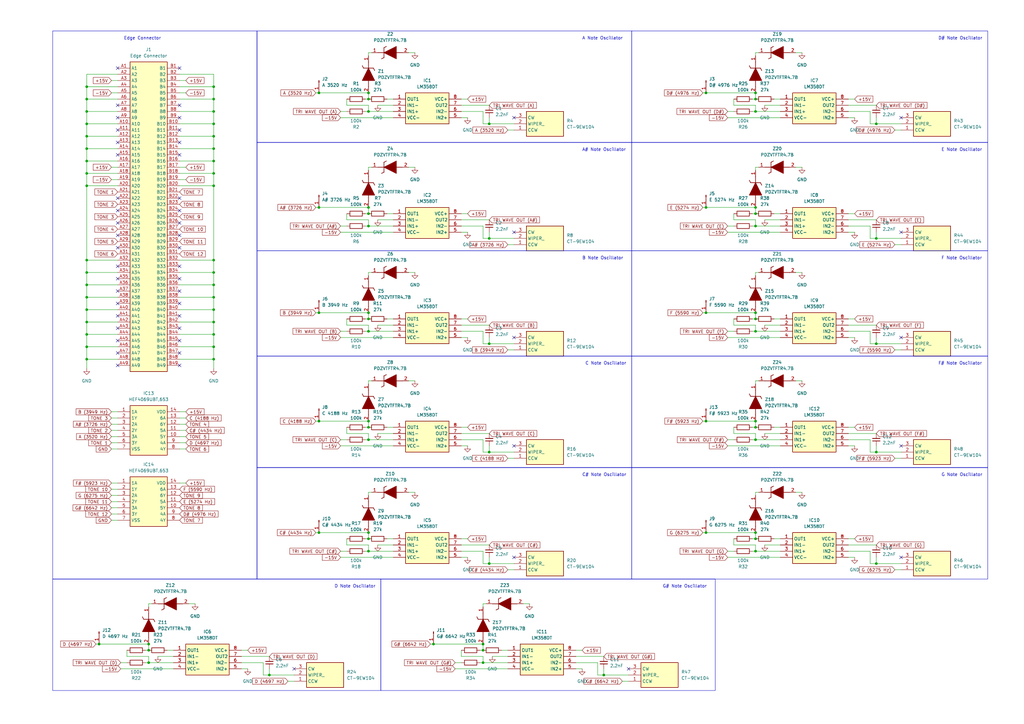
<source format=kicad_sch>
(kicad_sch (version 20230121) (generator eeschema)
  (paper "A3")
  (junction (at 151.13 175.26))
  (junction (at 309.88 130.81))
  (junction (at 200.66 185.42))
  (junction (at 289.56 218.44))
  (junction (at 309.88 175.26))
  (junction (at 359.41 97.79))
  (junction (at 151.13 180.34))
  (junction (at 35.56 60.96))
  (junction (at 198.12 271.78))
  (junction (at 151.13 130.81))
  (junction (at 151.13 135.89))
  (junction (at 87.63 142.24))
  (junction (at 151.13 218.44))
  (junction (at 35.56 132.08))
  (junction (at 35.56 147.32))
  (junction (at 200.66 231.14))
  (junction (at 309.88 180.34))
  (junction (at 87.63 55.88))
  (junction (at 35.56 121.92))
  (junction (at 309.88 40.64))
  (junction (at 87.63 40.64))
  (junction (at 87.63 35.56))
  (junction (at 309.88 92.71))
  (junction (at 35.56 111.76))
  (junction (at 309.88 87.63))
  (junction (at 35.56 76.2))
  (junction (at 40.64 264.16))
  (junction (at 309.88 128.27))
  (junction (at 87.63 147.32))
  (junction (at 359.41 50.8))
  (junction (at 87.63 132.08))
  (junction (at 35.56 137.16))
  (junction (at 309.88 172.72))
  (junction (at 87.63 106.68))
  (junction (at 289.56 128.27))
  (junction (at 87.63 116.84))
  (junction (at 200.66 97.79))
  (junction (at 87.63 50.8))
  (junction (at 87.63 137.16))
  (junction (at 87.63 66.04))
  (junction (at 87.63 76.2))
  (junction (at 309.88 218.44))
  (junction (at 130.81 218.44))
  (junction (at 35.56 50.8))
  (junction (at 35.56 35.56))
  (junction (at 177.8 264.16))
  (junction (at 87.63 45.72))
  (junction (at 35.56 66.04))
  (junction (at 359.41 231.14))
  (junction (at 35.56 116.84))
  (junction (at 309.88 38.1))
  (junction (at 359.41 140.97))
  (junction (at 151.13 38.1))
  (junction (at 110.49 276.86))
  (junction (at 35.56 127))
  (junction (at 151.13 128.27))
  (junction (at 198.12 266.7))
  (junction (at 35.56 106.68))
  (junction (at 35.56 45.72))
  (junction (at 247.65 276.86))
  (junction (at 87.63 127))
  (junction (at 60.96 271.78))
  (junction (at 289.56 38.1))
  (junction (at 130.81 38.1))
  (junction (at 289.56 172.72))
  (junction (at 309.88 135.89))
  (junction (at 151.13 40.64))
  (junction (at 151.13 226.06))
  (junction (at 60.96 266.7))
  (junction (at 151.13 92.71))
  (junction (at 130.81 172.72))
  (junction (at 309.88 85.09))
  (junction (at 289.56 85.09))
  (junction (at 35.56 142.24))
  (junction (at 87.63 121.92))
  (junction (at 87.63 111.76))
  (junction (at 130.81 85.09))
  (junction (at 35.56 71.12))
  (junction (at 200.66 50.8))
  (junction (at 60.96 264.16))
  (junction (at 151.13 220.98))
  (junction (at 359.41 185.42))
  (junction (at 309.88 220.98))
  (junction (at 198.12 264.16))
  (junction (at 151.13 85.09))
  (junction (at 309.88 226.06))
  (junction (at 130.81 128.27))
  (junction (at 87.63 71.12))
  (junction (at 151.13 87.63))
  (junction (at 35.56 55.88))
  (junction (at 200.66 140.97))
  (junction (at 35.56 40.64))
  (junction (at 151.13 172.72))
  (junction (at 309.88 45.72))
  (junction (at 151.13 45.72))
  (junction (at 87.63 60.96))
  (no_connect (at 48.26 109.22))
  (no_connect (at 73.66 63.5))
  (no_connect (at 48.26 91.44))
  (no_connect (at 73.66 149.86))
  (no_connect (at 73.66 86.36))
  (no_connect (at 48.26 53.34))
  (no_connect (at 73.66 119.38))
  (no_connect (at 210.82 182.88))
  (no_connect (at 73.66 96.52))
  (no_connect (at 257.81 274.32))
  (no_connect (at 48.26 134.62))
  (no_connect (at 48.26 144.78))
  (no_connect (at 73.66 43.18))
  (no_connect (at 48.26 119.38))
  (no_connect (at 73.66 114.3))
  (no_connect (at 48.26 96.52))
  (no_connect (at 48.26 27.94))
  (no_connect (at 369.57 95.25))
  (no_connect (at 73.66 91.44))
  (no_connect (at 48.26 124.46))
  (no_connect (at 48.26 129.54))
  (no_connect (at 73.66 48.26))
  (no_connect (at 73.66 109.22))
  (no_connect (at 48.26 43.18))
  (no_connect (at 73.66 139.7))
  (no_connect (at 48.26 81.28))
  (no_connect (at 48.26 63.5))
  (no_connect (at 48.26 86.36))
  (no_connect (at 210.82 138.43))
  (no_connect (at 48.26 114.3))
  (no_connect (at 369.57 182.88))
  (no_connect (at 73.66 124.46))
  (no_connect (at 369.57 138.43))
  (no_connect (at 369.57 48.26))
  (no_connect (at 73.66 27.94))
  (no_connect (at 48.26 149.86))
  (no_connect (at 73.66 129.54))
  (no_connect (at 210.82 228.6))
  (no_connect (at 48.26 58.42))
  (no_connect (at 369.57 228.6))
  (no_connect (at 73.66 101.6))
  (no_connect (at 73.66 144.78))
  (no_connect (at 210.82 95.25))
  (no_connect (at 73.66 53.34))
  (no_connect (at 48.26 101.6))
  (no_connect (at 120.65 274.32))
  (no_connect (at 210.82 48.26))
  (no_connect (at 73.66 81.28))
  (no_connect (at 73.66 58.42))
  (no_connect (at 48.26 48.26))
  (no_connect (at 48.26 139.7))
  (no_connect (at 73.66 134.62))
  (wire (pts (xy 198.12 92.71) (xy 198.12 97.79)))
  (wire (pts (xy 347.98 228.6) (xy 350.52 228.6)))
  (wire (pts (xy 151.13 226.06) (xy 161.29 226.06)))
  (wire (pts (xy 367.03 143.51) (xy 369.57 143.51)))
  (wire (pts (xy 110.49 274.32) (xy 110.49 276.86)))
  (wire (pts (xy 118.11 279.4) (xy 120.65 279.4)))
  (wire (pts (xy 177.8 264.16) (xy 198.12 264.16)))
  (wire (pts (xy 356.87 140.97) (xy 359.41 140.97)))
  (wire (pts (xy 151.13 85.09) (xy 151.13 87.63)))
  (wire (pts (xy 87.63 45.72) (xy 87.63 50.8)))
  (wire (pts (xy 347.98 180.34) (xy 356.87 180.34)))
  (wire (pts (xy 87.63 116.84) (xy 87.63 121.92)))
  (wire (pts (xy 300.99 90.17) (xy 309.88 90.17)))
  (wire (pts (xy 300.99 87.63) (xy 300.99 90.17)))
  (wire (pts (xy 130.81 85.09) (xy 151.13 85.09)))
  (wire (pts (xy 308.61 87.63) (xy 309.88 87.63)))
  (wire (pts (xy 198.12 185.42) (xy 200.66 185.42)))
  (wire (pts (xy 35.56 137.16) (xy 35.56 132.08)))
  (wire (pts (xy 45.72 33.02) (xy 48.26 33.02)))
  (wire (pts (xy 313.69 177.8) (xy 320.04 177.8)))
  (wire (pts (xy 142.24 177.8) (xy 151.13 177.8)))
  (wire (pts (xy 73.66 147.32) (xy 87.63 147.32)))
  (wire (pts (xy 87.63 137.16) (xy 87.63 142.24)))
  (wire (pts (xy 142.24 130.81) (xy 142.24 133.35)))
  (wire (pts (xy 77.47 247.65) (xy 80.01 247.65)))
  (wire (pts (xy 200.66 95.25) (xy 200.66 97.79)))
  (wire (pts (xy 347.98 95.25) (xy 350.52 95.25)))
  (wire (pts (xy 130.81 38.1) (xy 151.13 38.1)))
  (wire (pts (xy 200.66 185.42) (xy 210.82 185.42)))
  (wire (pts (xy 76.2 184.15) (xy 73.66 184.15)))
  (wire (pts (xy 347.98 177.8) (xy 359.41 177.8)))
  (wire (pts (xy 151.13 133.35) (xy 151.13 135.89)))
  (wire (pts (xy 289.56 38.1) (xy 309.88 38.1)))
  (wire (pts (xy 308.61 130.81) (xy 309.88 130.81)))
  (wire (pts (xy 198.12 50.8) (xy 200.66 50.8)))
  (wire (pts (xy 309.88 218.44) (xy 309.88 220.98)))
  (wire (pts (xy 198.12 180.34) (xy 198.12 185.42)))
  (wire (pts (xy 347.98 43.18) (xy 359.41 43.18)))
  (wire (pts (xy 129.54 128.27) (xy 130.81 128.27)))
  (wire (pts (xy 35.56 50.8) (xy 35.56 55.88)))
  (wire (pts (xy 60.96 269.24) (xy 60.96 271.78)))
  (wire (pts (xy 200.66 138.43) (xy 200.66 140.97)))
  (wire (pts (xy 196.85 266.7) (xy 198.12 266.7)))
  (wire (pts (xy 152.4 68.58) (xy 151.13 68.58)))
  (wire (pts (xy 198.12 231.14) (xy 200.66 231.14)))
  (wire (pts (xy 142.24 87.63) (xy 142.24 90.17)))
  (wire (pts (xy 149.86 220.98) (xy 151.13 220.98)))
  (wire (pts (xy 35.56 60.96) (xy 35.56 66.04)))
  (wire (pts (xy 200.66 231.14) (xy 210.82 231.14)))
  (wire (pts (xy 313.69 223.52) (xy 320.04 223.52)))
  (wire (pts (xy 311.15 201.93) (xy 309.88 201.93)))
  (wire (pts (xy 313.69 43.18) (xy 320.04 43.18)))
  (wire (pts (xy 99.06 269.24) (xy 110.49 269.24)))
  (wire (pts (xy 45.72 213.36) (xy 48.26 213.36)))
  (wire (pts (xy 236.22 266.7) (xy 238.76 266.7)))
  (wire (pts (xy 198.12 264.16) (xy 198.12 266.7)))
  (wire (pts (xy 236.22 274.32) (xy 238.76 274.32)))
  (wire (pts (xy 45.72 203.2) (xy 48.26 203.2)))
  (wire (pts (xy 35.56 35.56) (xy 35.56 40.64)))
  (wire (pts (xy 39.37 264.16) (xy 40.64 264.16)))
  (wire (pts (xy 35.56 50.8) (xy 48.26 50.8)))
  (wire (pts (xy 48.26 111.76) (xy 35.56 111.76)))
  (wire (pts (xy 186.69 274.32) (xy 208.28 274.32)))
  (wire (pts (xy 35.56 66.04) (xy 48.26 66.04)))
  (wire (pts (xy 189.23 135.89) (xy 198.12 135.89)))
  (wire (pts (xy 35.56 55.88) (xy 35.56 60.96)))
  (wire (pts (xy 289.56 85.09) (xy 309.88 85.09)))
  (wire (pts (xy 367.03 233.68) (xy 369.57 233.68)))
  (wire (pts (xy 73.66 168.91) (xy 76.2 168.91)))
  (wire (pts (xy 129.54 85.09) (xy 130.81 85.09)))
  (wire (pts (xy 73.66 127) (xy 87.63 127)))
  (wire (pts (xy 309.88 45.72) (xy 320.04 45.72)))
  (wire (pts (xy 73.66 55.88) (xy 87.63 55.88)))
  (wire (pts (xy 298.45 45.72) (xy 300.99 45.72)))
  (wire (pts (xy 189.23 90.17) (xy 200.66 90.17)))
  (wire (pts (xy 45.72 176.53) (xy 48.26 176.53)))
  (wire (pts (xy 35.56 40.64) (xy 35.56 45.72)))
  (wire (pts (xy 151.13 135.89) (xy 161.29 135.89)))
  (wire (pts (xy 99.06 271.78) (xy 107.95 271.78)))
  (wire (pts (xy 35.56 60.96) (xy 48.26 60.96)))
  (wire (pts (xy 73.66 38.1) (xy 76.2 38.1)))
  (wire (pts (xy 129.54 218.44) (xy 130.81 218.44)))
  (wire (pts (xy 35.56 76.2) (xy 48.26 76.2)))
  (wire (pts (xy 35.56 45.72) (xy 48.26 45.72)))
  (wire (pts (xy 288.29 172.72) (xy 289.56 172.72)))
  (wire (pts (xy 359.41 185.42) (xy 369.57 185.42)))
  (wire (pts (xy 129.54 38.1) (xy 130.81 38.1)))
  (wire (pts (xy 189.23 48.26) (xy 191.77 48.26)))
  (wire (pts (xy 298.45 95.25) (xy 320.04 95.25)))
  (wire (pts (xy 189.23 40.64) (xy 191.77 40.64)))
  (wire (pts (xy 309.88 128.27) (xy 309.88 130.81)))
  (wire (pts (xy 300.99 223.52) (xy 309.88 223.52)))
  (wire (pts (xy 189.23 95.25) (xy 191.77 95.25)))
  (wire (pts (xy 73.66 60.96) (xy 87.63 60.96)))
  (wire (pts (xy 35.56 147.32) (xy 35.56 151.13)))
  (wire (pts (xy 139.7 228.6) (xy 161.29 228.6)))
  (wire (pts (xy 130.81 128.27) (xy 151.13 128.27)))
  (wire (pts (xy 347.98 220.98) (xy 350.52 220.98)))
  (wire (pts (xy 326.39 21.59) (xy 328.93 21.59)))
  (wire (pts (xy 309.88 21.59) (xy 309.88 22.86)))
  (wire (pts (xy 214.63 247.65) (xy 217.17 247.65)))
  (wire (pts (xy 151.13 90.17) (xy 151.13 92.71)))
  (wire (pts (xy 152.4 21.59) (xy 151.13 21.59)))
  (wire (pts (xy 189.23 182.88) (xy 191.77 182.88)))
  (wire (pts (xy 87.63 142.24) (xy 87.63 147.32)))
  (wire (pts (xy 107.95 271.78) (xy 107.95 276.86)))
  (wire (pts (xy 154.94 133.35) (xy 161.29 133.35)))
  (wire (pts (xy 35.56 132.08) (xy 35.56 127)))
  (wire (pts (xy 45.72 168.91) (xy 48.26 168.91)))
  (wire (pts (xy 158.75 40.64) (xy 161.29 40.64)))
  (wire (pts (xy 151.13 223.52) (xy 151.13 226.06)))
  (wire (pts (xy 149.86 87.63) (xy 151.13 87.63)))
  (wire (pts (xy 347.98 182.88) (xy 350.52 182.88)))
  (wire (pts (xy 347.98 135.89) (xy 356.87 135.89)))
  (wire (pts (xy 35.56 45.72) (xy 35.56 50.8)))
  (wire (pts (xy 35.56 30.48) (xy 48.26 30.48)))
  (wire (pts (xy 167.64 201.93) (xy 170.18 201.93)))
  (wire (pts (xy 142.24 43.18) (xy 151.13 43.18)))
  (wire (pts (xy 359.41 138.43) (xy 359.41 140.97)))
  (wire (pts (xy 52.07 269.24) (xy 60.96 269.24)))
  (wire (pts (xy 245.11 271.78) (xy 245.11 276.86)))
  (wire (pts (xy 142.24 90.17) (xy 151.13 90.17)))
  (wire (pts (xy 300.99 133.35) (xy 309.88 133.35)))
  (wire (pts (xy 201.93 269.24) (xy 208.28 269.24)))
  (wire (pts (xy 200.66 228.6) (xy 200.66 231.14)))
  (wire (pts (xy 149.86 135.89) (xy 151.13 135.89)))
  (wire (pts (xy 308.61 135.89) (xy 309.88 135.89)))
  (wire (pts (xy 87.63 127) (xy 87.63 132.08)))
  (wire (pts (xy 45.72 181.61) (xy 48.26 181.61)))
  (wire (pts (xy 326.39 156.21) (xy 328.93 156.21)))
  (wire (pts (xy 309.88 68.58) (xy 309.88 69.85)))
  (wire (pts (xy 347.98 90.17) (xy 359.41 90.17)))
  (wire (pts (xy 130.81 218.44) (xy 151.13 218.44)))
  (wire (pts (xy 73.66 50.8) (xy 87.63 50.8)))
  (wire (pts (xy 107.95 276.86) (xy 110.49 276.86)))
  (wire (pts (xy 154.94 90.17) (xy 161.29 90.17)))
  (wire (pts (xy 87.63 30.48) (xy 87.63 35.56)))
  (wire (pts (xy 309.88 92.71) (xy 320.04 92.71)))
  (wire (pts (xy 308.61 180.34) (xy 309.88 180.34)))
  (wire (pts (xy 347.98 138.43) (xy 350.52 138.43)))
  (wire (pts (xy 309.88 177.8) (xy 309.88 180.34)))
  (wire (pts (xy 151.13 21.59) (xy 151.13 22.86)))
  (wire (pts (xy 139.7 226.06) (xy 142.24 226.06)))
  (wire (pts (xy 158.75 175.26) (xy 161.29 175.26)))
  (wire (pts (xy 347.98 92.71) (xy 356.87 92.71)))
  (wire (pts (xy 359.41 231.14) (xy 369.57 231.14)))
  (wire (pts (xy 311.15 21.59) (xy 309.88 21.59)))
  (wire (pts (xy 154.94 223.52) (xy 161.29 223.52)))
  (wire (pts (xy 189.23 92.71) (xy 198.12 92.71)))
  (wire (pts (xy 149.86 175.26) (xy 151.13 175.26)))
  (wire (pts (xy 247.65 274.32) (xy 247.65 276.86)))
  (wire (pts (xy 68.58 266.7) (xy 71.12 266.7)))
  (wire (pts (xy 158.75 87.63) (xy 161.29 87.63)))
  (wire (pts (xy 48.26 142.24) (xy 35.56 142.24)))
  (wire (pts (xy 356.87 45.72) (xy 356.87 50.8)))
  (wire (pts (xy 87.63 106.68) (xy 87.63 111.76)))
  (wire (pts (xy 347.98 175.26) (xy 350.52 175.26)))
  (wire (pts (xy 300.99 175.26) (xy 300.99 177.8)))
  (wire (pts (xy 40.64 264.16) (xy 60.96 264.16)))
  (wire (pts (xy 317.5 220.98) (xy 320.04 220.98)))
  (wire (pts (xy 189.23 180.34) (xy 198.12 180.34)))
  (wire (pts (xy 45.72 68.58) (xy 48.26 68.58)))
  (wire (pts (xy 73.66 116.84) (xy 87.63 116.84)))
  (wire (pts (xy 288.29 218.44) (xy 289.56 218.44)))
  (wire (pts (xy 288.29 85.09) (xy 289.56 85.09)))
  (wire (pts (xy 139.7 95.25) (xy 161.29 95.25)))
  (wire (pts (xy 309.88 111.76) (xy 309.88 113.03)))
  (wire (pts (xy 149.86 180.34) (xy 151.13 180.34)))
  (wire (pts (xy 200.66 140.97) (xy 210.82 140.97)))
  (wire (pts (xy 35.56 66.04) (xy 35.56 71.12)))
  (wire (pts (xy 76.2 176.53) (xy 73.66 176.53)))
  (wire (pts (xy 151.13 38.1) (xy 151.13 40.64)))
  (wire (pts (xy 73.66 111.76) (xy 87.63 111.76)))
  (wire (pts (xy 64.77 269.24) (xy 71.12 269.24)))
  (wire (pts (xy 73.66 121.92) (xy 87.63 121.92)))
  (wire (pts (xy 298.45 228.6) (xy 320.04 228.6)))
  (wire (pts (xy 87.63 50.8) (xy 87.63 55.88)))
  (wire (pts (xy 359.41 50.8) (xy 369.57 50.8)))
  (wire (pts (xy 35.56 71.12) (xy 48.26 71.12)))
  (wire (pts (xy 200.66 48.26) (xy 200.66 50.8)))
  (wire (pts (xy 130.81 172.72) (xy 151.13 172.72)))
  (wire (pts (xy 309.88 38.1) (xy 309.88 40.64)))
  (wire (pts (xy 35.56 111.76) (xy 35.56 106.68)))
  (wire (pts (xy 309.88 85.09) (xy 309.88 87.63)))
  (wire (pts (xy 35.56 40.64) (xy 48.26 40.64)))
  (wire (pts (xy 189.23 269.24) (xy 198.12 269.24)))
  (wire (pts (xy 154.94 43.18) (xy 161.29 43.18)))
  (wire (pts (xy 356.87 135.89) (xy 356.87 140.97)))
  (wire (pts (xy 326.39 201.93) (xy 328.93 201.93)))
  (wire (pts (xy 45.72 73.66) (xy 48.26 73.66)))
  (wire (pts (xy 149.86 92.71) (xy 151.13 92.71)))
  (wire (pts (xy 35.56 30.48) (xy 35.56 35.56)))
  (wire (pts (xy 99.06 274.32) (xy 101.6 274.32)))
  (wire (pts (xy 208.28 233.68) (xy 210.82 233.68)))
  (wire (pts (xy 151.13 156.21) (xy 151.13 157.48)))
  (wire (pts (xy 200.66 50.8) (xy 210.82 50.8)))
  (wire (pts (xy 151.13 128.27) (xy 151.13 130.81)))
  (wire (pts (xy 298.45 226.06) (xy 300.99 226.06)))
  (wire (pts (xy 347.98 130.81) (xy 350.52 130.81)))
  (wire (pts (xy 151.13 111.76) (xy 151.13 113.03)))
  (wire (pts (xy 151.13 43.18) (xy 151.13 45.72)))
  (wire (pts (xy 151.13 177.8) (xy 151.13 180.34)))
  (wire (pts (xy 35.56 121.92) (xy 35.56 116.84)))
  (wire (pts (xy 35.56 71.12) (xy 35.56 76.2)))
  (wire (pts (xy 48.26 137.16) (xy 35.56 137.16)))
  (wire (pts (xy 73.66 30.48) (xy 87.63 30.48)))
  (wire (pts (xy 48.26 121.92) (xy 35.56 121.92)))
  (wire (pts (xy 298.45 48.26) (xy 320.04 48.26)))
  (wire (pts (xy 347.98 133.35) (xy 359.41 133.35)))
  (wire (pts (xy 359.41 48.26) (xy 359.41 50.8)))
  (wire (pts (xy 300.99 177.8) (xy 309.88 177.8)))
  (wire (pts (xy 35.56 127) (xy 35.56 121.92)))
  (wire (pts (xy 347.98 45.72) (xy 356.87 45.72)))
  (wire (pts (xy 308.61 92.71) (xy 309.88 92.71)))
  (wire (pts (xy 73.66 66.04) (xy 87.63 66.04)))
  (wire (pts (xy 367.03 100.33) (xy 369.57 100.33)))
  (wire (pts (xy 347.98 48.26) (xy 350.52 48.26)))
  (wire (pts (xy 129.54 172.72) (xy 130.81 172.72)))
  (wire (pts (xy 139.7 180.34) (xy 142.24 180.34)))
  (wire (pts (xy 326.39 68.58) (xy 328.93 68.58)))
  (wire (pts (xy 289.56 172.72) (xy 309.88 172.72)))
  (wire (pts (xy 142.24 223.52) (xy 151.13 223.52)))
  (wire (pts (xy 73.66 40.64) (xy 87.63 40.64)))
  (wire (pts (xy 347.98 223.52) (xy 359.41 223.52)))
  (wire (pts (xy 189.23 87.63) (xy 191.77 87.63)))
  (wire (pts (xy 158.75 220.98) (xy 161.29 220.98)))
  (wire (pts (xy 311.15 68.58) (xy 309.88 68.58)))
  (wire (pts (xy 52.07 266.7) (xy 52.07 269.24)))
  (wire (pts (xy 87.63 111.76) (xy 87.63 116.84)))
  (wire (pts (xy 308.61 175.26) (xy 309.88 175.26)))
  (wire (pts (xy 151.13 45.72) (xy 161.29 45.72)))
  (wire (pts (xy 198.12 97.79) (xy 200.66 97.79)))
  (wire (pts (xy 300.99 40.64) (xy 300.99 43.18)))
  (wire (pts (xy 152.4 111.76) (xy 151.13 111.76)))
  (wire (pts (xy 245.11 276.86) (xy 247.65 276.86)))
  (wire (pts (xy 347.98 40.64) (xy 350.52 40.64)))
  (wire (pts (xy 45.72 208.28) (xy 48.26 208.28)))
  (wire (pts (xy 45.72 38.1) (xy 48.26 38.1)))
  (wire (pts (xy 356.87 185.42) (xy 359.41 185.42)))
  (wire (pts (xy 347.98 226.06) (xy 356.87 226.06)))
  (wire (pts (xy 367.03 187.96) (xy 369.57 187.96)))
  (wire (pts (xy 198.12 269.24) (xy 198.12 271.78)))
  (wire (pts (xy 139.7 45.72) (xy 142.24 45.72)))
  (wire (pts (xy 199.39 247.65) (xy 198.12 247.65)))
  (wire (pts (xy 35.56 76.2) (xy 35.56 106.68)))
  (wire (pts (xy 309.88 135.89) (xy 320.04 135.89)))
  (wire (pts (xy 151.13 92.71) (xy 161.29 92.71)))
  (wire (pts (xy 356.87 97.79) (xy 359.41 97.79)))
  (wire (pts (xy 198.12 226.06) (xy 198.12 231.14)))
  (wire (pts (xy 151.13 172.72) (xy 151.13 175.26)))
  (wire (pts (xy 76.2 181.61) (xy 73.66 181.61)))
  (wire (pts (xy 87.63 55.88) (xy 87.63 60.96)))
  (wire (pts (xy 167.64 21.59) (xy 170.18 21.59)))
  (wire (pts (xy 60.96 247.65) (xy 60.96 248.92)))
  (wire (pts (xy 359.41 95.25) (xy 359.41 97.79)))
  (wire (pts (xy 198.12 140.97) (xy 200.66 140.97)))
  (wire (pts (xy 298.45 180.34) (xy 300.99 180.34)))
  (wire (pts (xy 152.4 201.93) (xy 151.13 201.93)))
  (wire (pts (xy 59.69 271.78) (xy 60.96 271.78)))
  (wire (pts (xy 73.66 142.24) (xy 87.63 142.24)))
  (wire (pts (xy 151.13 201.93) (xy 151.13 203.2)))
  (wire (pts (xy 198.12 271.78) (xy 208.28 271.78)))
  (wire (pts (xy 298.45 138.43) (xy 320.04 138.43)))
  (wire (pts (xy 76.2 33.02) (xy 73.66 33.02)))
  (wire (pts (xy 288.29 128.27) (xy 289.56 128.27)))
  (wire (pts (xy 311.15 156.21) (xy 309.88 156.21)))
  (wire (pts (xy 35.56 116.84) (xy 35.56 111.76)))
  (wire (pts (xy 288.29 38.1) (xy 289.56 38.1)))
  (wire (pts (xy 73.66 106.68) (xy 87.63 106.68)))
  (wire (pts (xy 35.56 55.88) (xy 48.26 55.88)))
  (wire (pts (xy 309.88 223.52) (xy 309.88 226.06)))
  (wire (pts (xy 87.63 121.92) (xy 87.63 127)))
  (wire (pts (xy 45.72 198.12) (xy 48.26 198.12)))
  (wire (pts (xy 149.86 45.72) (xy 151.13 45.72)))
  (wire (pts (xy 189.23 45.72) (xy 198.12 45.72)))
  (wire (pts (xy 60.96 271.78) (xy 71.12 271.78)))
  (wire (pts (xy 45.72 205.74) (xy 48.26 205.74)))
  (wire (pts (xy 189.23 177.8) (xy 200.66 177.8)))
  (wire (pts (xy 48.26 106.68) (xy 35.56 106.68)))
  (wire (pts (xy 73.66 45.72) (xy 87.63 45.72)))
  (wire (pts (xy 309.88 90.17) (xy 309.88 92.71)))
  (wire (pts (xy 151.13 180.34) (xy 161.29 180.34)))
  (wire (pts (xy 189.23 130.81) (xy 191.77 130.81)))
  (wire (pts (xy 87.63 35.56) (xy 87.63 40.64)))
  (wire (pts (xy 48.26 116.84) (xy 35.56 116.84)))
  (wire (pts (xy 167.64 68.58) (xy 170.18 68.58)))
  (wire (pts (xy 208.28 53.34) (xy 210.82 53.34)))
  (wire (pts (xy 205.74 266.7) (xy 208.28 266.7)))
  (wire (pts (xy 167.64 111.76) (xy 170.18 111.76)))
  (wire (pts (xy 73.66 132.08) (xy 87.63 132.08)))
  (wire (pts (xy 87.63 40.64) (xy 87.63 45.72)))
  (wire (pts (xy 308.61 45.72) (xy 309.88 45.72)))
  (wire (pts (xy 189.23 175.26) (xy 191.77 175.26)))
  (wire (pts (xy 347.98 87.63) (xy 350.52 87.63)))
  (wire (pts (xy 142.24 40.64) (xy 142.24 43.18)))
  (wire (pts (xy 300.99 130.81) (xy 300.99 133.35)))
  (wire (pts (xy 35.56 147.32) (xy 35.56 142.24)))
  (wire (pts (xy 45.72 179.07) (xy 48.26 179.07)))
  (wire (pts (xy 60.96 264.16) (xy 60.96 266.7)))
  (wire (pts (xy 198.12 247.65) (xy 198.12 248.92)))
  (wire (pts (xy 326.39 111.76) (xy 328.93 111.76)))
  (wire (pts (xy 87.63 71.12) (xy 87.63 76.2)))
  (wire (pts (xy 48.26 132.08) (xy 35.56 132.08)))
  (wire (pts (xy 356.87 231.14) (xy 359.41 231.14)))
  (wire (pts (xy 45.72 200.66) (xy 48.26 200.66)))
  (wire (pts (xy 255.27 279.4) (xy 257.81 279.4)))
  (wire (pts (xy 76.2 173.99) (xy 73.66 173.99)))
  (wire (pts (xy 308.61 40.64) (xy 309.88 40.64)))
  (wire (pts (xy 49.53 274.32) (xy 71.12 274.32)))
  (wire (pts (xy 87.63 132.08) (xy 87.63 137.16)))
  (wire (pts (xy 45.72 171.45) (xy 48.26 171.45)))
  (wire (pts (xy 236.22 269.24) (xy 247.65 269.24)))
  (wire (pts (xy 309.88 43.18) (xy 309.88 45.72)))
  (wire (pts (xy 73.66 137.16) (xy 87.63 137.16)))
  (wire (pts (xy 76.2 68.58) (xy 73.66 68.58)))
  (wire (pts (xy 189.23 266.7) (xy 189.23 269.24)))
  (wire (pts (xy 87.63 151.13) (xy 87.63 147.32)))
  (wire (pts (xy 73.66 71.12) (xy 87.63 71.12)))
  (wire (pts (xy 87.63 66.04) (xy 87.63 71.12)))
  (wire (pts (xy 189.23 223.52) (xy 200.66 223.52)))
  (wire (pts (xy 359.41 228.6) (xy 359.41 231.14)))
  (wire (pts (xy 200.66 97.79) (xy 210.82 97.79)))
  (wire (pts (xy 139.7 182.88) (xy 161.29 182.88)))
  (wire (pts (xy 189.23 43.18) (xy 200.66 43.18)))
  (wire (pts (xy 110.49 276.86) (xy 120.65 276.86)))
  (wire (pts (xy 308.61 220.98) (xy 309.88 220.98)))
  (wire (pts (xy 189.23 220.98) (xy 191.77 220.98)))
  (wire (pts (xy 35.56 35.56) (xy 48.26 35.56)))
  (wire (pts (xy 142.24 220.98) (xy 142.24 223.52)))
  (wire (pts (xy 313.69 90.17) (xy 320.04 90.17)))
  (wire (pts (xy 151.13 218.44) (xy 151.13 220.98)))
  (wire (pts (xy 298.45 182.88) (xy 320.04 182.88)))
  (wire (pts (xy 142.24 133.35) (xy 151.13 133.35)))
  (wire (pts (xy 62.23 247.65) (xy 60.96 247.65)))
  (wire (pts (xy 45.72 210.82) (xy 48.26 210.82)))
  (wire (pts (xy 139.7 135.89) (xy 142.24 135.89)))
  (wire (pts (xy 152.4 156.21) (xy 151.13 156.21)))
  (wire (pts (xy 200.66 182.88) (xy 200.66 185.42)))
  (wire (pts (xy 196.85 271.78) (xy 198.12 271.78)))
  (wire (pts (xy 76.2 171.45) (xy 73.66 171.45)))
  (wire (pts (xy 289.56 218.44) (xy 309.88 218.44)))
  (wire (pts (xy 247.65 276.86) (xy 257.81 276.86)))
  (wire (pts (xy 167.64 156.21) (xy 170.18 156.21)))
  (wire (pts (xy 87.63 60.96) (xy 87.63 66.04)))
  (wire (pts (xy 149.86 130.81) (xy 151.13 130.81)))
  (wire (pts (xy 208.28 100.33) (xy 210.82 100.33)))
  (wire (pts (xy 367.03 53.34) (xy 369.57 53.34)))
  (wire (pts (xy 87.63 76.2) (xy 87.63 106.68)))
  (wire (pts (xy 76.2 198.12) (xy 73.66 198.12)))
  (wire (pts (xy 359.41 182.88) (xy 359.41 185.42)))
  (wire (pts (xy 198.12 135.89) (xy 198.12 140.97)))
  (wire (pts (xy 236.22 271.78) (xy 245.11 271.78)))
  (wire (pts (xy 151.13 68.58) (xy 151.13 69.85)))
  (wire (pts (xy 208.28 143.51) (xy 210.82 143.51)))
  (wire (pts (xy 154.94 177.8) (xy 161.29 177.8)))
  (wire (pts (xy 289.56 128.27) (xy 309.88 128.27)))
  (wire (pts (xy 313.69 133.35) (xy 320.04 133.35)))
  (wire (pts (xy 158.75 130.81) (xy 161.29 130.81)))
  (wire (pts (xy 186.69 271.78) (xy 189.23 271.78)))
  (wire (pts (xy 189.23 228.6) (xy 191.77 228.6)))
  (wire (pts (xy 76.2 179.07) (xy 73.66 179.07)))
  (wire (pts (xy 317.5 130.81) (xy 320.04 130.81)))
  (wire (pts (xy 356.87 92.71) (xy 356.87 97.79)))
  (wire (pts (xy 35.56 142.24) (xy 35.56 137.16)))
  (wire (pts (xy 142.24 175.26) (xy 142.24 177.8)))
  (wire (pts (xy 208.28 187.96) (xy 210.82 187.96)))
  (wire (pts (xy 308.61 226.06) (xy 309.88 226.06)))
  (wire (pts (xy 359.41 140.97) (xy 369.57 140.97)))
  (wire (pts (xy 73.66 35.56) (xy 87.63 35.56)))
  (wire (pts (xy 48.26 147.32) (xy 35.56 147.32)))
  (wire (pts (xy 176.53 264.16) (xy 177.8 264.16)))
  (wire (pts (xy 356.87 180.34) (xy 356.87 185.42)))
  (wire (pts (xy 309.88 201.93) (xy 309.88 203.2)))
  (wire (pts (xy 149.86 40.64) (xy 151.13 40.64)))
  (wire (pts (xy 300.99 220.98) (xy 300.99 223.52)))
  (wire (pts (xy 309.88 226.06) (xy 320.04 226.06)))
  (wire (pts (xy 198.12 45.72) (xy 198.12 50.8)))
  (wire (pts (xy 189.23 138.43) (xy 191.77 138.43)))
  (wire (pts (xy 139.7 92.71) (xy 142.24 92.71)))
  (wire (pts (xy 45.72 184.15) (xy 48.26 184.15)))
  (wire (pts (xy 73.66 76.2) (xy 87.63 76.2)))
  (wire (pts (xy 139.7 48.26) (xy 161.29 48.26)))
  (wire (pts (xy 309.88 180.34) (xy 320.04 180.34)))
  (wire (pts (xy 309.88 156.21) (xy 309.88 157.48)))
  (wire (pts (xy 317.5 87.63) (xy 320.04 87.63)))
  (wire (pts (xy 149.86 226.06) (xy 151.13 226.06)))
  (wire (pts (xy 45.72 173.99) (xy 48.26 173.99)))
  (wire (pts (xy 317.5 40.64) (xy 320.04 40.64)))
  (wire (pts (xy 356.87 50.8) (xy 359.41 50.8)))
  (wire (pts (xy 317.5 175.26) (xy 320.04 175.26)))
  (wire (pts (xy 139.7 138.43) (xy 161.29 138.43)))
  (wire (pts (xy 298.45 92.71) (xy 300.99 92.71)))
  (wire (pts (xy 298.45 135.89) (xy 300.99 135.89)))
  (wire (pts (xy 49.53 271.78) (xy 52.07 271.78)))
  (wire (pts (xy 99.06 266.7) (xy 101.6 266.7)))
  (wire (pts (xy 356.87 226.06) (xy 356.87 231.14)))
  (wire (pts (xy 189.23 133.35) (xy 200.66 133.35)))
  (wire (pts (xy 300.99 43.18) (xy 309.88 43.18)))
  (wire (pts (xy 59.69 266.7) (xy 60.96 266.7)))
  (wire (pts (xy 309.88 133.35) (xy 309.88 135.89)))
  (wire (pts (xy 309.88 172.72) (xy 309.88 175.26)))
  (wire (pts (xy 359.41 97.79) (xy 369.57 97.79)))
  (wire (pts (xy 73.66 73.66) (xy 76.2 73.66)))
  (wire (pts (xy 48.26 127) (xy 35.56 127)))
  (wire (pts (xy 189.23 226.06) (xy 198.12 226.06)))
  (wire (pts (xy 311.15 111.76) (xy 309.88 111.76)))
  (rectangle (start 259.08 102.87) (end 405.13 146.05))
  (rectangle (start 105.41 12.7) (end 259.08 58.42))
  (rectangle (start 259.08 146.05) (end 405.13 191.77))
  (rectangle (start 105.41 146.05) (end 259.08 191.77))
  (rectangle (start 21.59 237.49) (end 156.21 283.21))
  (rectangle (start 21.59 12.7) (end 105.41 237.49))
  (rectangle (start 259.08 12.7) (end 405.13 58.42))
  (rectangle (start 259.08 191.77) (end 405.13 237.49))
  (rectangle (start 156.21 237.49) (end 293.37 283.21))
  (rectangle (start 105.41 102.87) (end 259.08 146.05))
  (rectangle (start 105.41 58.42) (end 259.08 102.87))
  (rectangle (start 259.08 58.42) (end 405.13 102.87))
  (rectangle (start 105.41 191.77) (end 259.08 237.49))
  (text "C Note Oscillator" (at 240.03 149.86 0) (effects (font (size 1.27 1.27)) (justify left bottom)))
  (text "F# Note Oscillator" (at 384.81 149.86 0) (effects (font (size 1.27 1.27)) (justify left bottom)))
  (text "B Note Oscillator" (at 238.76 106.68 0) (effects (font (size 1.27 1.27)) (justify left bottom)))
  (text "A# Note Oscillator" (at 238.76 62.23 0) (effects (font (size 1.27 1.27)) (justify left bottom)))
  (text "C# Note Oscillator" (at 238.76 195.58 0) (effects (font (size 1.27 1.27)) (justify left bottom)))
  (text "A Note Oscillator" (at 238.76 16.51 0) (effects (font (size 1.27 1.27)) (justify left bottom)))
  (text "E Note Oscillator" (at 386.08 62.23 0) (effects (font (size 1.27 1.27)) (justify left bottom)))
  (text "Edge Connector" (at 50.8 16.51 0) (effects (font (size 1.27 1.27)) (justify left bottom)))
  (text "D Note Oscillator" (at 137.16 241.3 0) (effects (font (size 1.27 1.27)) (justify left bottom)))
  (text "G Note Oscillator" (at 386.08 195.58 0) (effects (font (size 1.27 1.27)) (justify left bottom)))
  (text "F Note Oscillator" (at 386.08 106.68 0) (effects (font (size 1.27 1.27)) (justify left bottom)))
  (text "D# Note Oscillator" (at 384.81 16.51 0) (effects (font (size 1.27 1.27)) (justify left bottom)))
  (text "G# Note Oscillator" (at 271.78 241.3 0) (effects (font (size 1.27 1.27)) (justify left bottom)))
  (global_label "TONE 10" (shape input) (at 45.72 200.66 180) (property "Intersheetrefs" "${INTERSHEET_REFS}" (effects hide)))
  (global_label "TRI WAVE OUT (A#)" (shape input) (at 200.66 90.17 0) (property "Intersheetrefs" "${INTERSHEET_REFS}" (effects hide)))
  (global_label "TRI WAVE OUT (A)" (shape input) (at 139.7 45.72 180) (property "Intersheetrefs" "${INTERSHEET_REFS}" (effects hide)))
  (global_label "D (4697 Hz)" (shape input) (at 39.37 264.16 180) (property "Intersheetrefs" "${INTERSHEET_REFS}" (effects hide)))
  (global_label "+15V" (shape input) (at 45.72 68.58 180) (property "Intersheetrefs" "${INTERSHEET_REFS}" (effects hide)))
  (global_label "TONE 11" (shape input) (at 73.66 99.06 0) (property "Intersheetrefs" "${INTERSHEET_REFS}" (effects hide)))
  (global_label "+15V" (shape input) (at 76.2 198.12 0) (property "Intersheetrefs" "${INTERSHEET_REFS}" (effects hide)))
  (global_label "D (4697 Hz)" (shape input) (at 118.11 279.4 180) (property "Intersheetrefs" "${INTERSHEET_REFS}" (effects hide)))
  (global_label "G# (6642 Hz)" (shape input) (at 255.27 279.4 180) (property "Intersheetrefs" "${INTERSHEET_REFS}" (effects hide)))
  (global_label "-15V" (shape input) (at 139.7 138.43 180) (property "Intersheetrefs" "${INTERSHEET_REFS}" (effects hide)))
  (global_label "TONE 8" (shape input) (at 73.66 83.82 0) (property "Intersheetrefs" "${INTERSHEET_REFS}" (effects hide)))
  (global_label "TRI WAVE OUT (A)" (shape input) (at 200.66 43.18 0) (property "Intersheetrefs" "${INTERSHEET_REFS}" (effects hide)))
  (global_label "TRI WAVE OUT (A#)" (shape input) (at 139.7 92.71 180) (property "Intersheetrefs" "${INTERSHEET_REFS}" (effects hide)))
  (global_label "TONE 6" (shape input) (at 48.26 104.14 180) (property "Intersheetrefs" "${INTERSHEET_REFS}" (effects hide)))
  (global_label "-15V" (shape input) (at 76.2 38.1 0) (property "Intersheetrefs" "${INTERSHEET_REFS}" (effects hide)))
  (global_label "E (5274 Hz)" (shape input) (at 73.66 205.74 0) (property "Intersheetrefs" "${INTERSHEET_REFS}" (effects hide)))
  (global_label "TONE 11" (shape input) (at 45.72 205.74 180) (property "Intersheetrefs" "${INTERSHEET_REFS}" (effects hide)))
  (global_label "-15V" (shape input) (at 139.7 182.88 180) (property "Intersheetrefs" "${INTERSHEET_REFS}" (effects hide)))
  (global_label "D (4697 Hz)" (shape input) (at 76.2 181.61 0) (property "Intersheetrefs" "${INTERSHEET_REFS}" (effects hide)))
  (global_label "+15V" (shape input) (at 191.77 130.81 0) (property "Intersheetrefs" "${INTERSHEET_REFS}" (effects hide)))
  (global_label "TONE 8" (shape input) (at 73.66 208.28 0) (property "Intersheetrefs" "${INTERSHEET_REFS}" (effects hide)))
  (global_label "A (3520 Hz)" (shape input) (at 45.72 179.07 180) (property "Intersheetrefs" "${INTERSHEET_REFS}" (effects hide)))
  (global_label "D# (4976 Hz)" (shape input) (at 288.29 38.1 180) (property "Intersheetrefs" "${INTERSHEET_REFS}" (effects hide)))
  (global_label "-15V" (shape input) (at 298.45 182.88 180) (property "Intersheetrefs" "${INTERSHEET_REFS}" (effects hide)))
  (global_label "C# (4434 Hz)" (shape input) (at 208.28 233.68 180) (property "Intersheetrefs" "${INTERSHEET_REFS}" (effects hide)))
  (global_label "TRI WAVE OUT (C#)" (shape input) (at 139.7 226.06 180) (property "Intersheetrefs" "${INTERSHEET_REFS}" (effects hide)))
  (global_label "TRI WAVE OUT (C#)" (shape input) (at 200.66 223.52 0) (property "Intersheetrefs" "${INTERSHEET_REFS}" (effects hide)))
  (global_label "F (5590 Hz)" (shape input) (at 73.66 200.66 0) (property "Intersheetrefs" "${INTERSHEET_REFS}" (effects hide)))
  (global_label "TONE 2" (shape input) (at 45.72 176.53 180) (property "Intersheetrefs" "${INTERSHEET_REFS}" (effects hide)))
  (global_label "+15V" (shape input) (at 350.52 130.81 0) (property "Intersheetrefs" "${INTERSHEET_REFS}" (effects hide)))
  (global_label "+15V" (shape input) (at 191.77 220.98 0) (property "Intersheetrefs" "${INTERSHEET_REFS}" (effects hide)))
  (global_label "TRI WAVE OUT (G)" (shape input) (at 298.45 226.06 180) (property "Intersheetrefs" "${INTERSHEET_REFS}" (effects hide)))
  (global_label "-15V" (shape input) (at 49.53 274.32 180) (property "Intersheetrefs" "${INTERSHEET_REFS}" (effects hide)))
  (global_label "+15V" (shape input) (at 350.52 175.26 0) (property "Intersheetrefs" "${INTERSHEET_REFS}" (effects hide)))
  (global_label "G# (6642 Hz)" (shape input) (at 45.72 208.28 180) (property "Intersheetrefs" "${INTERSHEET_REFS}" (effects hide)))
  (global_label "B (3949 Hz)" (shape input) (at 45.72 168.91 180) (property "Intersheetrefs" "${INTERSHEET_REFS}" (effects hide)))
  (global_label "TONE 3" (shape input) (at 48.26 88.9 180) (property "Intersheetrefs" "${INTERSHEET_REFS}" (effects hide)))
  (global_label "TRI WAVE OUT (D#)" (shape input) (at 359.41 43.18 0) (property "Intersheetrefs" "${INTERSHEET_REFS}" (effects hide)))
  (global_label "A# (3726 Hz)" (shape input) (at 129.54 85.09 180) (property "Intersheetrefs" "${INTERSHEET_REFS}" (effects hide)))
  (global_label "G# (6642 Hz)" (shape input) (at 176.53 264.16 180) (property "Intersheetrefs" "${INTERSHEET_REFS}" (effects hide)))
  (global_label "C# (4434 Hz)" (shape input) (at 76.2 176.53 0) (property "Intersheetrefs" "${INTERSHEET_REFS}" (effects hide)))
  (global_label "D# (4976 Hz)" (shape input) (at 367.03 53.34 180) (property "Intersheetrefs" "${INTERSHEET_REFS}" (effects hide)))
  (global_label "TONE 10" (shape input) (at 73.66 93.98 0) (property "Intersheetrefs" "${INTERSHEET_REFS}" (effects hide)))
  (global_label "+15V" (shape input) (at 191.77 40.64 0) (property "Intersheetrefs" "${INTERSHEET_REFS}" (effects hide)))
  (global_label "TONE 12" (shape input) (at 73.66 104.14 0) (property "Intersheetrefs" "${INTERSHEET_REFS}" (effects hide)))
  (global_label "A (3520 Hz)" (shape input) (at 208.28 53.34 180) (property "Intersheetrefs" "${INTERSHEET_REFS}" (effects hide)))
  (global_label "-15V" (shape input) (at 139.7 48.26 180) (property "Intersheetrefs" "${INTERSHEET_REFS}" (effects hide)))
  (global_label "+15V" (shape input) (at 350.52 87.63 0) (property "Intersheetrefs" "${INTERSHEET_REFS}" (effects hide)))
  (global_label "TRI WAVE OUT (D)" (shape input) (at 49.53 271.78 180) (property "Intersheetrefs" "${INTERSHEET_REFS}" (effects hide)))
  (global_label "G (6275 Hz)" (shape input) (at 367.03 233.68 180) (property "Intersheetrefs" "${INTERSHEET_REFS}" (effects hide)))
  (global_label "TONE 5" (shape input) (at 76.2 179.07 0) (property "Intersheetrefs" "${INTERSHEET_REFS}" (effects hide)))
  (global_label "TONE 4" (shape input) (at 76.2 173.99 0) (property "Intersheetrefs" "${INTERSHEET_REFS}" (effects hide)))
  (global_label "TRI WAVE OUT (F#)" (shape input) (at 298.45 180.34 180) (property "Intersheetrefs" "${INTERSHEET_REFS}" (effects hide)))
  (global_label "TRI WAVE OUT (E)" (shape input) (at 298.45 92.71 180) (property "Intersheetrefs" "${INTERSHEET_REFS}" (effects hide)))
  (global_label "TRI WAVE OUT (C)" (shape input) (at 139.7 180.34 180) (property "Intersheetrefs" "${INTERSHEET_REFS}" (effects hide)))
  (global_label "-15V" (shape input) (at 139.7 228.6 180) (property "Intersheetrefs" "${INTERSHEET_REFS}" (effects hide)))
  (global_label "TONE 9" (shape input) (at 73.66 88.9 0) (property "Intersheetrefs" "${INTERSHEET_REFS}" (effects hide)))
  (global_label "-15V" (shape input) (at 298.45 95.25 180) (property "Intersheetrefs" "${INTERSHEET_REFS}" (effects hide)))
  (global_label "C (4188 Hz)" (shape input) (at 76.2 171.45 0) (property "Intersheetrefs" "${INTERSHEET_REFS}" (effects hide)))
  (global_label "G (6275 Hz)" (shape input) (at 288.29 218.44 180) (property "Intersheetrefs" "${INTERSHEET_REFS}" (effects hide)))
  (global_label "+15V" (shape input) (at 76.2 168.91 0) (property "Intersheetrefs" "${INTERSHEET_REFS}" (effects hide)))
  (global_label "-15V" (shape input) (at 45.72 38.1 180) (property "Intersheetrefs" "${INTERSHEET_REFS}" (effects hide)))
  (global_label "B (3949 Hz)" (shape input) (at 208.28 143.51 180) (property "Intersheetrefs" "${INTERSHEET_REFS}" (effects hide)))
  (global_label "+15V" (shape input) (at 350.52 220.98 0) (property "Intersheetrefs" "${INTERSHEET_REFS}" (effects hide)))
  (global_label "TRI WAVE OUT (G#)" (shape input) (at 247.65 269.24 0) (property "Intersheetrefs" "${INTERSHEET_REFS}" (effects hide)))
  (global_label "TRI WAVE OUT (F)" (shape input) (at 359.41 133.35 0) (property "Intersheetrefs" "${INTERSHEET_REFS}" (effects hide)))
  (global_label "TONE 7" (shape input) (at 73.66 213.36 0) (property "Intersheetrefs" "${INTERSHEET_REFS}" (effects hide)))
  (global_label "F# (5923 Hz)" (shape input) (at 45.72 198.12 180) (property "Intersheetrefs" "${INTERSHEET_REFS}" (effects hide)))
  (global_label "TONE 6" (shape input) (at 76.2 184.15 0) (property "Intersheetrefs" "${INTERSHEET_REFS}" (effects hide)))
  (global_label "TRI WAVE OUT (D#)" (shape input) (at 298.45 45.72 180) (property "Intersheetrefs" "${INTERSHEET_REFS}" (effects hide)))
  (global_label "TRI WAVE OUT (G#)" (shape input) (at 186.69 271.78 180) (property "Intersheetrefs" "${INTERSHEET_REFS}" (effects hide)))
  (global_label "-15V" (shape input) (at 298.45 138.43 180) (property "Intersheetrefs" "${INTERSHEET_REFS}" (effects hide)))
  (global_label "TRI WAVE OUT (C)" (shape input) (at 200.66 177.8 0) (property "Intersheetrefs" "${INTERSHEET_REFS}" (effects hide)))
  (global_label "F# (5923 Hz)" (shape input) (at 288.29 172.72 180) (property "Intersheetrefs" "${INTERSHEET_REFS}" (effects hide)))
  (global_label "E (5274 Hz)" (shape input) (at 288.29 85.09 180) (property "Intersheetrefs" "${INTERSHEET_REFS}" (effects hide)))
  (global_label "F (5590 Hz)" (shape input) (at 367.03 143.51 180) (property "Intersheetrefs" "${INTERSHEET_REFS}" (effects hide)))
  (global_label "C# (4434 Hz)" (shape input) (at 129.54 218.44 180) (property "Intersheetrefs" "${INTERSHEET_REFS}" (effects hide)))
  (global_label "TONE 5" (shape input) (at 48.26 99.06 180) (property "Intersheetrefs" "${INTERSHEET_REFS}" (effects hide)))
  (global_label "B (3949 Hz)" (shape input) (at 129.54 128.27 180) (property "Intersheetrefs" "${INTERSHEET_REFS}" (effects hide)))
  (global_label "D# (4976 Hz)" (shape input) (at 73.66 210.82 0) (property "Intersheetrefs" "${INTERSHEET_REFS}" (effects hide)))
  (global_label "TONE 4" (shape input) (at 48.26 93.98 180) (property "Intersheetrefs" "${INTERSHEET_REFS}" (effects hide)))
  (global_label "+15V" (shape input) (at 76.2 68.58 0) (property "Intersheetrefs" "${INTERSHEET_REFS}" (effects hide)))
  (global_label "G (6275 Hz)" (shape input) (at 45.72 203.2 180) (property "Intersheetrefs" "${INTERSHEET_REFS}" (effects hide)))
  (global_label "-15V" (shape input) (at 76.2 73.66 0) (property "Intersheetrefs" "${INTERSHEET_REFS}" (effects hide)))
  (global_label "TRI WAVE OUT (B)" (shape input) (at 139.7 135.89 180) (property "Intersheetrefs" "${INTERSHEET_REFS}" (effects hide)))
  (global_label "TRI WAVE OUT (F)" (shape input) (at 298.45 135.89 180) (property "Intersheetrefs" "${INTERSHEET_REFS}" (effects hide)))
  (global_label "TONE 7" (shape input) (at 73.66 78.74 0) (property "Intersheetrefs" "${INTERSHEET_REFS}" (effects hide)))
  (global_label "TONE 3" (shape input) (at 45.72 171.45 180) (property "Intersheetrefs" "${INTERSHEET_REFS}" (effects hide)))
  (global_label "+15V" (shape input) (at 350.52 40.64 0) (property "Intersheetrefs" "${INTERSHEET_REFS}" (effects hide)))
  (global_label "TONE 2" (shape input) (at 48.26 83.82 180) (property "Intersheetrefs" "${INTERSHEET_REFS}" (effects hide)))
  (global_label "C (4188 Hz)" (shape input) (at 208.28 187.96 180) (property "Intersheetrefs" "${INTERSHEET_REFS}" (effects hide)))
  (global_label "TONE 9" (shape input) (at 73.66 203.2 0) (property "Intersheetrefs" "${INTERSHEET_REFS}" (effects hide)))
  (global_label "-15V" (shape input) (at 298.45 48.26 180) (property "Intersheetrefs" "${INTERSHEET_REFS}" (effects hide)))
  (global_label "C (4188 Hz)" (shape input) (at 129.54 172.72 180) (property "Intersheetrefs" "${INTERSHEET_REFS}" (effects hide)))
  (global_label "A# (3726 Hz)" (shape input) (at 208.28 100.33 180) (property "Intersheetrefs" "${INTERSHEET_REFS}" (effects hide)))
  (global_label "E (5274 Hz)" (shape input) (at 367.03 100.33 180) (property "Intersheetrefs" "${INTERSHEET_REFS}" (effects hide)))
  (global_label "+15V" (shape input) (at 191.77 87.63 0) (property "Intersheetrefs" "${INTERSHEET_REFS}" (effects hide)))
  (global_label "+15V" (shape input) (at 45.72 33.02 180) (property "Intersheetrefs" "${INTERSHEET_REFS}" (effects hide)))
  (global_label "GND" (shape input) (at 45.72 184.15 180) (property "Intersheetrefs" "${INTERSHEET_REFS}" (effects hide)))
  (global_label "-15V" (shape input) (at 186.69 274.32 180) (property "Intersheetrefs" "${INTERSHEET_REFS}" (effects hide)))
  (global_label "A# (3726 Hz)" (shape input) (at 45.72 173.99 180) (property "Intersheetrefs" "${INTERSHEET_REFS}" (effects hide)))
  (global_label "TONE 1" (shape input) (at 48.26 78.74 180) (property "Intersheetrefs" "${INTERSHEET_REFS}" (effects hide)))
  (global_label "-15V" (shape input) (at 45.72 73.66 180) (property "Intersheetrefs" "${INTERSHEET_REFS}" (effects hide)))
  (global_label "-15V" (shape input) (at 298.45 228.6 180) (property "Intersheetrefs" "${INTERSHEET_REFS}" (effects hide)))
  (global_label "TRI WAVE OUT (F#)" (shape input) (at 359.41 177.8 0) (property "Intersheetrefs" "${INTERSHEET_REFS}" (effects hide)))
  (global_label "F# (5923 Hz)" (shape input) (at 367.03 187.96 180) (property "Intersheetrefs" "${INTERSHEET_REFS}" (effects hide)))
  (global_label "+15V" (shape input) (at 238.76 266.7 0) (property "Intersheetrefs" "${INTERSHEET_REFS}" (effects hide)))
  (global_label "A (3520 Hz)" (shape input) (at 129.54 38.1 180) (property "Intersheetrefs" "${INTERSHEET_REFS}" (effects hide)))
  (global_label "+15V" (shape input) (at 191.77 175.26 0) (property "Intersheetrefs" "${INTERSHEET_REFS}" (effects hide)))
  (global_label "-15V" (shape input) (at 139.7 95.25 180) (property "Intersheetrefs" "${INTERSHEET_REFS}" (effects hide)))
  (global_label "+15V" (shape input) (at 101.6 266.7 0) (property "Intersheetrefs" "${INTERSHEET_REFS}" (effects hide)))
  (global_label "TRI WAVE OUT (B)" (shape input) (at 200.66 133.35 0) (property "Intersheetrefs" "${INTERSHEET_REFS}" (effects hide)))
  (global_label "TRI WAVE OUT (G)" (shape input) (at 359.41 223.52 0) (property "Intersheetrefs" "${INTERSHEET_REFS}" (effects hide)))
  (global_label "+15V" (shape input) (at 76.2 33.02 0) (property "Intersheetrefs" "${INTERSHEET_REFS}" (effects hide)))
  (global_label "TRI WAVE OUT (D)" (shape input) (at 110.49 269.24 0) (property "Intersheetrefs" "${INTERSHEET_REFS}" (effects hide)))
  (global_label "TRI WAVE OUT (E)" (shape input) (at 359.41 90.17 0) (property "Intersheetrefs" "${INTERSHEET_REFS}" (effects hide)))
  (global_label "F (5590 Hz)" (shape input) (at 288.29 128.27 180) (property "Intersheetrefs" "${INTERSHEET_REFS}" (effects hide)))
  (global_label "TONE 1" (shape input) (at 45.72 181.61 180) (property "Intersheetrefs" "${INTERSHEET_REFS}" (effects hide)))
  (global_label "TONE 12" (shape input) (at 45.72 210.82 180) (property "Intersheetrefs" "${INTERSHEET_REFS}" (effects hide)))
  (global_label "GND" (shape input) (at 45.72 213.36 180) (property "Intersheetrefs" "${INTERSHEET_REFS}" (effects hide)))
  (symbol (lib_id "power:GND") (at 191.77 48.26 0) (unit 1)
    (property "Reference" "#PWR04" (effects hide))
    (property "Value" "GND" (at 191.77 53.34 0))
  )
  (symbol (lib_id "power:GND") (at 80.01 247.65 0) (unit 1)
    (property "Reference" "#PWR023" (effects hide))
    (property "Value" "GND" (at 80.01 252.73 0))
  )
  (symbol (lib_id "Connector:Conn_01x01_Pin") (at 289.56 123.19 270) (unit 1)
    (property "Reference" "J7" (at 290.83 122.555 90) (effects (justify left)))
    (property "Value" "F 5590 Hz" (at 290.83 125.095 90) (effects (justify left)))
    (property "Footprint" "Connector_PinHeader_2.54mm:PinHeader_1x01_P2.54mm_Vertical" (effects hide))
  )
  (symbol (lib_id "Device:C_Small") (at 200.66 226.06 180) (unit 1)
    (property "Reference" "C5" (at 203.2 224.7836 0) (effects (justify right)))
    (property "Value" "2.2nF" (at 203.2 227.3236 0) (effects (justify right)))
    (property "Footprint" "Capacitor_SMD:C_1206_3216Metric" (effects hide))
  )
  (symbol (lib_id "Connector:Conn_01x01_Pin") (at 130.81 33.02 270) (unit 1)
    (property "Reference" "J2" (at 132.08 32.385 90) (effects (justify left)))
    (property "Value" "A 3520 Hz" (at 132.08 34.925 90) (effects (justify left)))
    (property "Footprint" "Connector_PinHeader_2.54mm:PinHeader_1x01_P2.54mm_Vertical" (effects hide))
  )
  (symbol (lib_id "power:GND") (at 191.77 228.6 0) (unit 1)
    (property "Reference" "#PWR020" (effects hide))
    (property "Value" "GND" (at 191.77 233.68 0))
  )
  (symbol (lib_id "SamacSys_Parts:LM358DT") (at 320.04 220.98 0) (unit 1)
    (property "Reference" "IC10" (at 334.01 213.36 0))
    (property "Value" "LM358DT" (at 334.01 215.9 0))
    (property "Footprint" "SamacSys_Parts:SOIC127P600X175-8N" (effects hide))
    (property "Datasheet" "http://www.st.com/st-web-ui/static/active/en/resource/technical/document/datasheet/CD00000464.pdf" (effects hide))
    (property "Height" "1.75" (effects hide))
    (property "Manufacturer_Name" "STMicroelectronics" (effects hide))
    (property "Manufacturer_Part_Number" "LM358DT" (effects hide))
  )
  (symbol (lib_id "power:GND") (at 350.52 182.88 0) (unit 1)
    (property "Reference" "#PWR048" (effects hide))
    (property "Value" "GND" (at 350.52 187.96 0))
  )
  (symbol (lib_id "SamacSys_Parts:CT-9EW104") (at 369.57 182.88 0) (unit 1)
    (property "Reference" "R48" (at 391.16 184.15 0) (effects (justify left)))
    (property "Value" "CT-9EW104" (at 391.16 186.69 0) (effects (justify left)))
    (property "Footprint" "SamacSys_Parts:CT9EW104" (effects hide))
    (property "Datasheet" "https://www.mouser.it/datasheet/2/972/ct-9-1827449.pdf" (effects hide))
    (property "Height" "11" (effects hide))
    (property "Manufacturer_Name" "NIDEC COPAL" (effects hide))
    (property "Manufacturer_Part_Number" "CT-9EW104" (effects hide))
  )
  (symbol (lib_id "Device:C_Small") (at 200.66 45.72 180) (unit 1)
    (property "Reference" "C1" (at 203.2 44.4436 0) (effects (justify right)))
    (property "Value" "2.2nF" (at 203.2 46.9836 0) (effects (justify right)))
    (property "Footprint" "Capacitor_SMD:C_1206_3216Metric" (effects hide))
  )
  (symbol (lib_id "power:GND") (at 350.52 95.25 0) (unit 1)
    (property "Reference" "#PWR044" (effects hide))
    (property "Value" "GND" (at 350.52 100.33 0))
  )
  (symbol (lib_id "power:GND") (at 191.77 138.43 0) (unit 1)
    (property "Reference" "#PWR012" (effects hide))
    (property "Value" "GND" (at 191.77 143.51 0))
  )
  (symbol (lib_id "power:GND") (at 313.69 223.52 0) (unit 1)
    (property "Reference" "#PWR028" (effects hide))
    (property "Value" "GND" (at 313.69 228.6 0))
  )
  (symbol (lib_id "Device:R") (at 304.8 135.89 90) (mirror x) (unit 1)
    (property "Reference" "R30" (at 304.8 142.24 90))
    (property "Value" "100k" (at 304.8 139.7 90))
    (property "Footprint" "Resistor_SMD:R_1206_3216Metric" (effects hide))
  )
  (symbol (lib_id "SamacSys_Parts:CT-9EW104") (at 369.57 95.25 0) (unit 1)
    (property "Reference" "R44" (at 391.16 96.52 0) (effects (justify left)))
    (property "Value" "CT-9EW104" (at 391.16 99.06 0) (effects (justify left)))
    (property "Footprint" "SamacSys_Parts:CT9EW104" (effects hide))
    (property "Datasheet" "https://www.mouser.it/datasheet/2/972/ct-9-1827449.pdf" (effects hide))
    (property "Height" "11" (effects hide))
    (property "Manufacturer_Name" "NIDEC COPAL" (effects hide))
    (property "Manufacturer_Part_Number" "CT-9EW104" (effects hide))
  )
  (symbol (lib_id "SamacSys_Parts:PDZVTFTR4.7B") (at 151.13 157.48 270) (unit 1)
    (property "Reference" "Z7" (at 154.94 163.83 90) (effects (justify left)))
    (property "Value" "PDZVTFTR4.7B" (at 154.94 166.37 90) (effects (justify left)))
    (property "Footprint" "SamacSys_Parts:PDZVTFTR47B" (effects hide))
    (property "Datasheet" "https://fscdn.rohm.com/en/products/databook/datasheet/discrete/diode/zener/pdzvtftr4.7b-e.pdf" (effects hide))
    (property "Height" "1.05" (effects hide))
    (property "Manufacturer_Name" "ROHM Semiconductor" (effects hide))
    (property "Manufacturer_Part_Number" "PDZVTFTR4.7B" (effects hide))
  )
  (symbol (lib_id "Device:C_Small") (at 359.41 135.89 180) (unit 1)
    (property "Reference" "C9" (at 361.95 134.6136 0) (effects (justify right)))
    (property "Value" "2.2nF" (at 361.95 137.1536 0) (effects (justify right)))
    (property "Footprint" "Capacitor_SMD:C_1206_3216Metric" (effects hide))
  )
  (symbol (lib_id "power:GND") (at 313.69 177.8 0) (unit 1)
    (property "Reference" "#PWR030" (effects hide))
    (property "Value" "GND" (at 313.69 182.88 0))
  )
  (symbol (lib_id "SamacSys_Parts:CT-9EW104") (at 369.57 48.26 0) (unit 1)
    (property "Reference" "R43" (at 391.16 49.53 0) (effects (justify left)))
    (property "Value" "CT-9EW104" (at 391.16 52.07 0) (effects (justify left)))
    (property "Footprint" "SamacSys_Parts:CT9EW104" (effects hide))
    (property "Datasheet" "https://www.mouser.it/datasheet/2/972/ct-9-1827449.pdf" (effects hide))
    (property "Height" "11" (effects hide))
    (property "Manufacturer_Name" "NIDEC COPAL" (effects hide))
    (property "Manufacturer_Part_Number" "CT-9EW104" (effects hide))
  )
  (symbol (lib_id "Device:R") (at 146.05 45.72 90) (mirror x) (unit 1)
    (property "Reference" "R2" (at 146.05 52.07 90))
    (property "Value" "100k" (at 146.05 49.53 90))
    (property "Footprint" "Resistor_SMD:R_1206_3216Metric" (effects hide))
  )
  (symbol (lib_id "SamacSys_Parts:HEF4069UBT,653") (at 48.26 168.91 0) (unit 1)
    (property "Reference" "IC13" (at 60.96 161.29 0))
    (property "Value" "HEF4069UBT,653" (at 60.96 163.83 0))
    (property "Footprint" "SOIC127P600X175-14N" (effects hide))
    (property "Datasheet" "https://assets.nexperia.com/documents/data-sheet/HEF4069UB.pdf" (effects hide))
    (property "Height" "1.75" (effects hide))
    (property "Manufacturer_Name" "Nexperia" (effects hide))
    (property "Manufacturer_Part_Number" "HEF4069UBT,653" (effects hide))
  )
  (symbol (lib_id "Device:R") (at 146.05 180.34 90) (mirror x) (unit 1)
    (property "Reference" "R14" (at 146.05 186.69 90))
    (property "Value" "100k" (at 146.05 184.15 90))
    (property "Footprint" "Resistor_SMD:R_1206_3216Metric" (effects hide))
  )
  (symbol (lib_id "SamacSys_Parts:PDZVTFTR4.7B") (at 311.15 111.76 0) (unit 1)
    (property "Reference" "Z21" (at 318.77 104.14 0))
    (property "Value" "PDZVTFTR4.7B" (at 318.77 106.68 0))
    (property "Footprint" "SamacSys_Parts:PDZVTFTR47B" (effects hide))
    (property "Datasheet" "https://fscdn.rohm.com/en/products/databook/datasheet/discrete/diode/zener/pdzvtftr4.7b-e.pdf" (effects hide))
    (property "Height" "1.05" (effects hide))
    (property "Manufacturer_Name" "ROHM Semiconductor" (effects hide))
    (property "Manufacturer_Part_Number" "PDZVTFTR4.7B" (effects hide))
  )
  (symbol (lib_id "SamacSys_Parts:PDZVTFTR4.7B") (at 311.15 156.21 0) (unit 1)
    (property "Reference" "Z24" (at 318.77 148.59 0))
    (property "Value" "PDZVTFTR4.7B" (at 318.77 151.13 0))
    (property "Footprint" "SamacSys_Parts:PDZVTFTR47B" (effects hide))
    (property "Datasheet" "https://fscdn.rohm.com/en/products/databook/datasheet/discrete/diode/zener/pdzvtftr4.7b-e.pdf" (effects hide))
    (property "Height" "1.05" (effects hide))
    (property "Manufacturer_Name" "ROHM Semiconductor" (effects hide))
    (property "Manufacturer_Part_Number" "PDZVTFTR4.7B" (effects hide))
  )
  (symbol (lib_id "SamacSys_Parts:PDZVTFTR4.7B") (at 309.88 157.48 270) (unit 1)
    (property "Reference" "Z18" (at 313.69 163.83 90) (effects (justify left)))
    (property "Value" "PDZVTFTR4.7B" (at 313.69 166.37 90) (effects (justify left)))
    (property "Footprint" "SamacSys_Parts:PDZVTFTR47B" (effects hide))
    (property "Datasheet" "https://fscdn.rohm.com/en/products/databook/datasheet/discrete/diode/zener/pdzvtftr4.7b-e.pdf" (effects hide))
    (property "Height" "1.05" (effects hide))
    (property "Manufacturer_Name" "ROHM Semiconductor" (effects hide))
    (property "Manufacturer_Part_Number" "PDZVTFTR4.7B" (effects hide))
  )
  (symbol (lib_id "SamacSys_Parts:PDZVTFTR4.7B") (at 309.88 69.85 270) (unit 1)
    (property "Reference" "Z14" (at 313.69 76.2 90) (effects (justify left)))
    (property "Value" "PDZVTFTR4.7B" (at 313.69 78.74 90) (effects (justify left)))
    (property "Footprint" "SamacSys_Parts:PDZVTFTR47B" (effects hide))
    (property "Datasheet" "https://fscdn.rohm.com/en/products/databook/datasheet/discrete/diode/zener/pdzvtftr4.7b-e.pdf" (effects hide))
    (property "Height" "1.05" (effects hide))
    (property "Manufacturer_Name" "ROHM Semiconductor" (effects hide))
    (property "Manufacturer_Part_Number" "PDZVTFTR4.7B" (effects hide))
  )
  (symbol (lib_id "Device:C_Small") (at 359.41 180.34 180) (unit 1)
    (property "Reference" "C12" (at 361.95 179.0636 0) (effects (justify right)))
    (property "Value" "2.2nF" (at 361.95 181.6036 0) (effects (justify right)))
    (property "Footprint" "Capacitor_SMD:C_1206_3216Metric" (effects hide))
  )
  (symbol (lib_id "SamacSys_Parts:CT-9EW104") (at 210.82 95.25 0) (unit 1)
    (property "Reference" "R8" (at 232.41 96.52 0) (effects (justify left)))
    (property "Value" "CT-9EW104" (at 232.41 99.06 0) (effects (justify left)))
    (property "Footprint" "SamacSys_Parts:CT9EW104" (effects hide))
    (property "Datasheet" "https://www.mouser.it/datasheet/2/972/ct-9-1827449.pdf" (effects hide))
    (property "Height" "11" (effects hide))
    (property "Manufacturer_Name" "NIDEC COPAL" (effects hide))
    (property "Manufacturer_Part_Number" "CT-9EW104" (effects hide))
  )
  (symbol (lib_id "power:GND") (at 170.18 68.58 0) (unit 1)
    (property "Reference" "#PWR07" (effects hide))
    (property "Value" "GND" (at 170.18 73.66 0))
  )
  (symbol (lib_id "power:GND") (at 328.93 201.93 0) (unit 1)
    (property "Reference" "#PWR040" (effects hide))
    (property "Value" "GND" (at 328.93 207.01 0))
  )
  (symbol (lib_id "power:GND") (at 191.77 95.25 0) (unit 1)
    (property "Reference" "#PWR08" (effects hide))
    (property "Value" "GND" (at 191.77 100.33 0))
  )
  (symbol (lib_id "SamacSys_Parts:PDZVTFTR4.7B") (at 151.13 69.85 270) (unit 1)
    (property "Reference" "Z3" (at 154.94 76.2 90) (effects (justify left)))
    (property "Value" "PDZVTFTR4.7B" (at 154.94 78.74 90) (effects (justify left)))
    (property "Footprint" "SamacSys_Parts:PDZVTFTR47B" (effects hide))
    (property "Datasheet" "https://fscdn.rohm.com/en/products/databook/datasheet/discrete/diode/zener/pdzvtftr4.7b-e.pdf" (effects hide))
    (property "Height" "1.05" (effects hide))
    (property "Manufacturer_Name" "ROHM Semiconductor" (effects hide))
    (property "Manufacturer_Part_Number" "PDZVTFTR4.7B" (effects hide))
  )
  (symbol (lib_id "Device:C_Small") (at 110.49 271.78 180) (unit 1)
    (property "Reference" "C6" (at 113.03 270.5036 0) (effects (justify right)))
    (property "Value" "2.2nF" (at 113.03 273.0436 0) (effects (justify right)))
    (property "Footprint" "Capacitor_SMD:C_1206_3216Metric" (effects hide))
  )
  (symbol (lib_id "SamacSys_Parts:CT-9EW104") (at 210.82 138.43 0) (unit 1)
    (property "Reference" "R12" (at 232.41 139.7 0) (effects (justify left)))
    (property "Value" "CT-9EW104" (at 232.41 142.24 0) (effects (justify left)))
    (property "Footprint" "SamacSys_Parts:CT9EW104" (effects hide))
    (property "Datasheet" "https://www.mouser.it/datasheet/2/972/ct-9-1827449.pdf" (effects hide))
    (property "Height" "11" (effects hide))
    (property "Manufacturer_Name" "NIDEC COPAL" (effects hide))
    (property "Manufacturer_Part_Number" "CT-9EW104" (effects hide))
  )
  (symbol (lib_id "Device:R") (at 146.05 92.71 90) (mirror x) (unit 1)
    (property "Reference" "R6" (at 146.05 99.06 90))
    (property "Value" "100k" (at 146.05 96.52 90))
    (property "Footprint" "Resistor_SMD:R_1206_3216Metric" (effects hide))
  )
  (symbol (lib_id "power:GND") (at 238.76 274.32 0) (unit 1)
    (property "Reference" "#PWR047" (effects hide))
    (property "Value" "GND" (at 238.76 279.4 0))
  )
  (symbol (lib_id "SamacSys_Parts:PDZVTFTR4.7B") (at 198.12 248.92 270) (unit 1)
    (property "Reference" "Z17" (at 201.93 255.27 90) (effects (justify left)))
    (property "Value" "PDZVTFTR4.7B" (at 201.93 257.81 90) (effects (justify left)))
    (property "Footprint" "SamacSys_Parts:PDZVTFTR47B" (effects hide))
    (property "Datasheet" "https://fscdn.rohm.com/en/products/databook/datasheet/discrete/diode/zener/pdzvtftr4.7b-e.pdf" (effects hide))
    (property "Height" "1.05" (effects hide))
    (property "Manufacturer_Name" "ROHM Semiconductor" (effects hide))
    (property "Manufacturer_Part_Number" "PDZVTFTR4.7B" (effects hide))
  )
  (symbol (lib_id "power:GND") (at 170.18 21.59 0) (unit 1)
    (property "Reference" "#PWR03" (effects hide))
    (property "Value" "GND" (at 170.18 26.67 0))
  )
  (symbol (lib_id "power:GND") (at 170.18 201.93 0) (unit 1)
    (property "Reference" "#PWR019" (effects hide))
    (property "Value" "GND" (at 170.18 207.01 0))
  )
  (symbol (lib_id "SamacSys_Parts:PDZVTFTR4.7B") (at 60.96 248.92 270) (unit 1)
    (property "Reference" "Z11" (at 64.77 255.27 90) (effects (justify left)))
    (property "Value" "PDZVTFTR4.7B" (at 64.77 257.81 90) (effects (justify left)))
    (property "Footprint" "SamacSys_Parts:PDZVTFTR47B" (effects hide))
    (property "Datasheet" "https://fscdn.rohm.com/en/products/databook/datasheet/discrete/diode/zener/pdzvtftr4.7b-e.pdf" (effects hide))
    (property "Height" "1.05" (effects hide))
    (property "Manufacturer_Name" "ROHM Semiconductor" (effects hide))
    (property "Manufacturer_Part_Number" "PDZVTFTR4.7B" (effects hide))
  )
  (symbol (lib_id "Device:C_Small") (at 200.66 180.34 180) (unit 1)
    (property "Reference" "C4" (at 203.2 179.0636 0) (effects (justify right)))
    (property "Value" "2.2nF" (at 203.2 181.6036 0) (effects (justify right)))
    (property "Footprint" "Capacitor_SMD:C_1206_3216Metric" (effects hide))
  )
  (symbol (lib_id "Device:R") (at 313.69 40.64 90) (mirror x) (unit 1)
    (property "Reference" "R37" (at 313.69 34.29 90))
    (property "Value" "27k" (at 313.69 36.83 90))
    (property "Footprint" "Resistor_SMD:R_1206_3216Metric" (effects hide))
  )
  (symbol (lib_id "power:GND") (at 328.93 156.21 0) (unit 1)
    (property "Reference" "#PWR042" (effects hide))
    (property "Value" "GND" (at 328.93 161.29 0))
  )
  (symbol (lib_id "SamacSys_Parts:PDZVTFTR4.7B") (at 151.13 22.86 270) (unit 1)
    (property "Reference" "Z1" (at 154.94 29.21 90) (effects (justify left)))
    (property "Value" "PDZVTFTR4.7B" (at 154.94 31.75 90) (effects (justify left)))
    (property "Footprint" "SamacSys_Parts:PDZVTFTR47B" (effects hide))
    (property "Datasheet" "https://fscdn.rohm.com/en/products/databook/datasheet/discrete/diode/zener/pdzvtftr4.7b-e.pdf" (effects hide))
    (property "Height" "1.05" (effects hide))
    (property "Manufacturer_Name" "ROHM Semiconductor" (effects hide))
    (property "Manufacturer_Part_Number" "PDZVTFTR4.7B" (effects hide))
  )
  (symbol (lib_id "power:GND") (at 64.77 269.24 0) (unit 1)
    (property "Reference" "#PWR021" (effects hide))
    (property "Value" "GND" (at 64.77 274.32 0))
  )
  (symbol (lib_id "Connector:Conn_01x01_Pin") (at 40.64 259.08 270) (unit 1)
    (property "Reference" "J12" (at 41.91 258.445 90) (effects (justify left)))
    (property "Value" "D 4697 Hz" (at 41.91 260.985 90) (effects (justify left)))
    (property "Footprint" "Connector_PinHeader_2.54mm:PinHeader_1x01_P2.54mm_Vertical" (effects hide))
  )
  (symbol (lib_id "Device:R") (at 146.05 175.26 90) (mirror x) (unit 1)
    (property "Reference" "R13" (at 146.05 168.91 90))
    (property "Value" "100k" (at 146.05 171.45 90))
    (property "Footprint" "Resistor_SMD:R_1206_3216Metric" (effects hide))
  )
  (symbol (lib_id "SamacSys_Parts:PDZVTFTR4.7B") (at 62.23 247.65 0) (unit 1)
    (property "Reference" "Z12" (at 69.85 240.03 0))
    (property "Value" "PDZVTFTR4.7B" (at 69.85 242.57 0))
    (property "Footprint" "SamacSys_Parts:PDZVTFTR47B" (effects hide))
    (property "Datasheet" "https://fscdn.rohm.com/en/products/databook/datasheet/discrete/diode/zener/pdzvtftr4.7b-e.pdf" (effects hide))
    (property "Height" "1.05" (effects hide))
    (property "Manufacturer_Name" "ROHM Semiconductor" (effects hide))
    (property "Manufacturer_Part_Number" "PDZVTFTR4.7B" (effects hide))
  )
  (symbol (lib_id "SamacSys_Parts:LM358DT") (at 320.04 130.81 0) (unit 1)
    (property "Reference" "IC9" (at 334.01 123.19 0))
    (property "Value" "LM358DT" (at 334.01 125.73 0))
    (property "Footprint" "SamacSys_Parts:SOIC127P600X175-8N" (effects hide))
    (property "Datasheet" "http://www.st.com/st-web-ui/static/active/en/resource/technical/document/datasheet/CD00000464.pdf" (effects hide))
    (property "Height" "1.75" (effects hide))
    (property "Manufacturer_Name" "STMicroelectronics" (effects hide))
    (property "Manufacturer_Part_Number" "LM358DT" (effects hide))
  )
  (symbol (lib_id "SamacSys_Parts:CT-9EW104") (at 210.82 182.88 0) (unit 1)
    (property "Reference" "R16" (at 232.41 184.15 0) (effects (justify left)))
    (property "Value" "CT-9EW104" (at 232.41 186.69 0) (effects (justify left)))
    (property "Footprint" "SamacSys_Parts:CT9EW104" (effects hide))
    (property "Datasheet" "https://www.mouser.it/datasheet/2/972/ct-9-1827449.pdf" (effects hide))
    (property "Height" "11" (effects hide))
    (property "Manufacturer_Name" "NIDEC COPAL" (effects hide))
    (property "Manufacturer_Part_Number" "CT-9EW104" (effects hide))
  )
  (symbol (lib_id "Connector:Conn_01x01_Pin") (at 289.56 80.01 270) (unit 1)
    (property "Reference" "J5" (at 290.83 79.375 90) (effects (justify left)))
    (property "Value" "E 5274 Hz" (at 290.83 81.915 90) (effects (justify left)))
    (property "Footprint" "Connector_PinHeader_2.54mm:PinHeader_1x01_P2.54mm_Vertical" (effects hide))
  )
  (symbol (lib_id "SamacSys_Parts:LM358DT") (at 161.29 220.98 0) (unit 1)
    (property "Reference" "IC5" (at 175.26 213.36 0))
    (property "Value" "LM358DT" (at 175.26 215.9 0))
    (property "Footprint" "SamacSys_Parts:SOIC127P600X175-8N" (effects hide))
    (property "Datasheet" "http://www.st.com/st-web-ui/static/active/en/resource/technical/document/datasheet/CD00000464.pdf" (effects hide))
    (property "Height" "1.75" (effects hide))
    (property "Manufacturer_Name" "STMicroelectronics" (effects hide))
    (property "Manufacturer_Part_Number" "LM358DT" (effects hide))
  )
  (symbol (lib_id "Device:R") (at 193.04 266.7 90) (mirror x) (unit 1)
    (property "Reference" "R33" (at 193.04 260.35 90))
    (property "Value" "100k" (at 193.04 262.89 90))
    (property "Footprint" "Resistor_SMD:R_1206_3216Metric" (effects hide))
  )
  (symbol (lib_id "Device:C_Small") (at 247.65 271.78 180) (unit 1)
    (property "Reference" "C11" (at 250.19 270.5036 0) (effects (justify right)))
    (property "Value" "2.2nF" (at 250.19 273.0436 0) (effects (justify right)))
    (property "Footprint" "Capacitor_SMD:C_1206_3216Metric" (effects hide))
  )
  (symbol (lib_id "power:GND") (at 350.52 228.6 0) (unit 1)
    (property "Reference" "#PWR046" (effects hide))
    (property "Value" "GND" (at 350.52 233.68 0))
  )
  (symbol (lib_id "Device:R") (at 64.77 266.7 90) (mirror x) (unit 1)
    (property "Reference" "R23" (at 64.77 260.35 90))
    (property "Value" "27k" (at 64.77 262.89 90))
    (property "Footprint" "Resistor_SMD:R_1206_3216Metric" (effects hide))
  )
  (symbol (lib_id "SamacSys_Parts:LM358DT") (at 161.29 130.81 0) (unit 1)
    (property "Reference" "IC3" (at 175.26 123.19 0))
    (property "Value" "LM358DT" (at 175.26 125.73 0))
    (property "Footprint" "SamacSys_Parts:SOIC127P600X175-8N" (effects hide))
    (property "Datasheet" "http://www.st.com/st-web-ui/static/active/en/resource/technical/document/datasheet/CD00000464.pdf" (effects hide))
    (property "Height" "1.75" (effects hide))
    (property "Manufacturer_Name" "STMicroelectronics" (effects hide))
    (property "Manufacturer_Part_Number" "LM358DT" (effects hide))
  )
  (symbol (lib_id "power:GND") (at 154.94 133.35 0) (unit 1)
    (property "Reference" "#PWR09" (effects hide))
    (property "Value" "GND" (at 154.94 138.43 0))
  )
  (symbol (lib_id "Device:R") (at 146.05 87.63 90) (mirror x) (unit 1)
    (property "Reference" "R5" (at 146.05 81.28 90))
    (property "Value" "100k" (at 146.05 83.82 90))
    (property "Footprint" "Resistor_SMD:R_1206_3216Metric" (effects hide))
  )
  (symbol (lib_id "power:GND") (at 191.77 182.88 0) (unit 1)
    (property "Reference" "#PWR016" (effects hide))
    (property "Value" "GND" (at 191.77 187.96 0))
  )
  (symbol (lib_id "SamacSys_Parts:PDZVTFTR4.7B") (at 151.13 113.03 270) (unit 1)
    (property "Reference" "Z5" (at 154.94 119.38 90) (effects (justify left)))
    (property "Value" "PDZVTFTR4.7B" (at 154.94 121.92 90) (effects (justify left)))
    (property "Footprint" "SamacSys_Parts:PDZVTFTR47B" (effects hide))
    (property "Datasheet" "https://fscdn.rohm.com/en/products/databook/datasheet/discrete/diode/zener/pdzvtftr4.7b-e.pdf" (effects hide))
    (property "Height" "1.05" (effects hide))
    (property "Manufacturer_Name" "ROHM Semiconductor" (effects hide))
    (property "Manufacturer_Part_Number" "PDZVTFTR4.7B" (effects hide))
  )
  (symbol (lib_id "power:GND") (at 154.94 177.8 0) (unit 1)
    (property "Reference" "#PWR013" (effects hide))
    (property "Value" "GND" (at 154.94 182.88 0))
  )
  (symbol (lib_id "Device:R") (at 201.93 266.7 90) (mirror x) (unit 1)
    (property "Reference" "R41" (at 201.93 260.35 90))
    (property "Value" "27k" (at 201.93 262.89 90))
    (property "Footprint" "Resistor_SMD:R_1206_3216Metric" (effects hide))
  )
  (symbol (lib_id "Device:R") (at 154.94 87.63 90) (mirror x) (unit 1)
    (property "Reference" "R7" (at 154.94 81.28 90))
    (property "Value" "27k" (at 154.94 83.82 90))
    (property "Footprint" "Resistor_SMD:R_1206_3216Metric" (effects hide))
  )
  (symbol (lib_id "Device:R") (at 154.94 175.26 90) (mirror x) (unit 1)
    (property "Reference" "R15" (at 154.94 168.91 90))
    (property "Value" "27k" (at 154.94 171.45 90))
    (property "Footprint" "Resistor_SMD:R_1206_3216Metric" (effects hide))
  )
  (symbol (lib_id "SamacSys_Parts:CT-9EW104") (at 257.81 274.32 0) (unit 1)
    (property "Reference" "R47" (at 279.4 275.59 0) (effects (justify left)))
    (property "Value" "CT-9EW104" (at 279.4 278.13 0) (effects (justify left)))
    (property "Footprint" "SamacSys_Parts:CT9EW104" (effects hide))
    (property "Datasheet" "https://www.mouser.it/datasheet/2/972/ct-9-1827449.pdf" (effects hide))
    (property "Height" "11" (effects hide))
    (property "Manufacturer_Name" "NIDEC COPAL" (effects hide))
    (property "Manufacturer_Part_Number" "CT-9EW104" (effects hide))
  )
  (symbol (lib_id "power:GND") (at 201.93 269.24 0) (unit 1)
    (property "Reference" "#PWR029" (effects hide))
    (property "Value" "GND" (at 201.93 274.32 0))
  )
  (symbol (lib_id "SamacSys_Parts:CT-9EW104") (at 120.65 274.32 0) (unit 1)
    (property "Reference" "R24" (at 142.24 275.59 0) (effects (justify left)))
    (property "Value" "CT-9EW104" (at 142.24 278.13 0) (effects (justify left)))
    (property "Footprint" "SamacSys_Parts:CT9EW104" (effects hide))
    (property "Datasheet" "https://www.mouser.it/datasheet/2/972/ct-9-1827449.pdf" (effects hide))
    (property "Height" "11" (effects hide))
    (property "Manufacturer_Name" "NIDEC COPAL" (effects hide))
    (property "Manufacturer_Part_Number" "CT-9EW104" (effects hide))
  )
  (symbol (lib_id "Device:R") (at 304.8 226.06 90) (mirror x) (unit 1)
    (property "Reference" "R32" (at 304.8 232.41 90))
    (property "Value" "100k" (at 304.8 229.87 90))
    (property "Footprint" "Resistor_SMD:R_1206_3216Metric" (effects hide))
  )
  (symbol (lib_id "SamacSys_Parts:PDZVTFTR4.7B") (at 309.88 113.03 270) (unit 1)
    (property "Reference" "Z15" (at 313.69 119.38 90) (effects (justify left)))
    (property "Value" "PDZVTFTR4.7B" (at 313.69 121.92 90) (effects (justify left)))
    (property "Footprint" "SamacSys_Parts:PDZVTFTR47B" (effects hide))
    (property "Datasheet" "https://fscdn.rohm.com/en/products/databook/datasheet/discrete/diode/zener/pdzvtftr4.7b-e.pdf" (effects hide))
    (property "Height" "1.05" (effects hide))
    (property "Manufacturer_Name" "ROHM Semiconductor" (effects hide))
    (property "Manufacturer_Part_Number" "PDZVTFTR4.7B" (effects hide))
  )
  (symbol (lib_id "SamacSys_Parts:LM358DT") (at 161.29 87.63 0) (unit 1)
    (property "Reference" "IC2" (at 175.26 80.01 0))
    (property "Value" "LM358DT" (at 175.26 82.55 0))
    (property "Footprint" "SamacSys_Parts:SOIC127P600X175-8N" (effects hide))
    (property "Datasheet" "http://www.st.com/st-web-ui/static/active/en/resource/technical/document/datasheet/CD00000464.pdf" (effects hide))
    (property "Height" "1.75" (effects hide))
    (property "Manufacturer_Name" "STMicroelectronics" (effects hide))
    (property "Manufacturer_Part_Number" "LM358DT" (effects hide))
  )
  (symbol (lib_id "SamacSys_Parts:PDZVTFTR4.7B") (at 309.88 22.86 270) (unit 1)
    (property "Reference" "Z13" (at 313.69 29.21 90) (effects (justify left)))
    (property "Value" "PDZVTFTR4.7B" (at 313.69 31.75 90) (effects (justify left)))
    (property "Footprint" "SamacSys_Parts:PDZVTFTR47B" (effects hide))
    (property "Datasheet" "https://fscdn.rohm.com/en/products/databook/datasheet/discrete/diode/zener/pdzvtftr4.7b-e.pdf" (effects hide))
    (property "Height" "1.05" (effects hide))
    (property "Manufacturer_Name" "ROHM Semiconductor" (effects hide))
    (property "Manufacturer_Part_Number" "PDZVTFTR4.7B" (effects hide))
  )
  (symbol (lib_id "Device:R") (at 304.8 87.63 90) (mirror x) (unit 1)
    (property "Reference" "R27" (at 304.8 81.28 90))
    (property "Value" "100k" (at 304.8 83.82 90))
    (property "Footprint" "Resistor_SMD:R_1206_3216Metric" (effects hide))
  )
  (symbol (lib_id "power:GND") (at 87.63 151.13 0) (unit 1)
    (property "Reference" "#PWR02" (effects hide))
    (property "Value" "GND" (at 87.63 156.21 0))
  )
  (symbol (lib_id "power:GND") (at 313.69 133.35 0) (unit 1)
    (property "Reference" "#PWR027" (effects hide))
    (property "Value" "GND" (at 313.69 138.43 0))
  )
  (symbol (lib_id "Device:R") (at 154.94 130.81 90) (mirror x) (unit 1)
    (property "Reference" "R11" (at 154.94 124.46 90))
    (property "Value" "27k" (at 154.94 127 90))
    (property "Footprint" "Resistor_SMD:R_1206_3216Metric" (effects hide))
  )
  (symbol (lib_id "Device:R") (at 55.88 266.7 90) (mirror x) (unit 1)
    (property "Reference" "R21" (at 55.88 260.35 90))
    (property "Value" "100k" (at 55.88 262.89 90))
    (property "Footprint" "Resistor_SMD:R_1206_3216Metric" (effects hide))
  )
  (symbol (lib_id "SamacSys_Parts:PCIE-098-02-F-D-TH") (at 48.26 27.94 0) (unit 1)
    (property "Reference" "J1" (at 60.96 20.32 0))
    (property "Value" "Edge Connector" (at 60.96 22.86 0))
    (property "Footprint" "Connector_PCBEdge:BUS_PCIexpress_x8" (effects hide))
    (property "Datasheet" "http://suddendocs.samtec.com/catalog_english/pcie.pdf" (effects hide))
    (property "Height" "11.05" (effects hide))
    (property "Manufacturer_Name" "SAMTEC" (effects hide))
    (property "Manufacturer_Part_Number" "PCIE-098-02-F-D-TH" (effects hide))
  )
  (symbol (lib_id "SamacSys_Parts:PDZVTFTR4.7B") (at 311.15 21.59 0) (unit 1)
    (property "Reference" "Z19" (at 318.77 13.97 0))
    (property "Value" "PDZVTFTR4.7B" (at 318.77 16.51 0))
    (property "Footprint" "SamacSys_Parts:PDZVTFTR47B" (effects hide))
    (property "Datasheet" "https://fscdn.rohm.com/en/products/databook/datasheet/discrete/diode/zener/pdzvtftr4.7b-e.pdf" (effects hide))
    (property "Height" "1.05" (effects hide))
    (property "Manufacturer_Name" "ROHM Semiconductor" (effects hide))
    (property "Manufacturer_Part_Number" "PDZVTFTR4.7B" (effects hide))
  )
  (symbol (lib_id "Connector:Conn_01x01_Pin") (at 130.81 167.64 270) (unit 1)
    (property "Reference" "J8" (at 132.08 167.005 90) (effects (justify left)))
    (property "Value" "C 4188 Hz" (at 132.08 169.545 90) (effects (justify left)))
    (property "Footprint" "Connector_PinHeader_2.54mm:PinHeader_1x01_P2.54mm_Vertical" (effects hide))
  )
  (symbol (lib_id "Device:R") (at 55.88 271.78 90) (mirror x) (unit 1)
    (property "Reference" "R22" (at 55.88 278.13 90))
    (property "Value" "100k" (at 55.88 275.59 90))
    (property "Footprint" "Resistor_SMD:R_1206_3216Metric" (effects hide))
  )
  (symbol (lib_id "power:GND") (at 35.56 151.13 0) (unit 1)
    (property "Reference" "#PWR06" (effects hide))
    (property "Value" "GND" (at 35.56 156.21 0))
  )
  (symbol (lib_id "power:GND") (at 170.18 111.76 0) (unit 1)
    (property "Reference" "#PWR011" (effects hide))
    (property "Value" "GND" (at 170.18 116.84 0))
  )
  (symbol (lib_id "Device:R") (at 313.69 130.81 90) (mirror x) (unit 1)
    (property "Reference" "R39" (at 313.69 124.46 90))
    (property "Value" "27k" (at 313.69 127 90))
    (property "Footprint" "Resistor_SMD:R_1206_3216Metric" (effects hide))
  )
  (symbol (lib_id "SamacSys_Parts:PDZVTFTR4.7B") (at 152.4 21.59 0) (unit 1)
    (property "Reference" "Z2" (at 160.02 13.97 0))
    (property "Value" "PDZVTFTR4.7B" (at 160.02 16.51 0))
    (property "Footprint" "SamacSys_Parts:PDZVTFTR47B" (effects hide))
    (property "Datasheet" "https://fscdn.rohm.com/en/products/databook/datasheet/discrete/diode/zener/pdzvtftr4.7b-e.pdf" (effects hide))
    (property "Height" "1.05" (effects hide))
    (property "Manufacturer_Name" "ROHM Semiconductor" (effects hide))
    (property "Manufacturer_Part_Number" "PDZVTFTR4.7B" (effects hide))
  )
  (symbol (lib_id "Device:R") (at 193.04 271.78 90) (mirror x) (unit 1)
    (property "Reference" "R34" (at 193.04 278.13 90))
    (property "Value" "100k" (at 193.04 275.59 90))
    (property "Footprint" "Resistor_SMD:R_1206_3216Metric" (effects hide))
  )
  (symbol (lib_id "SamacSys_Parts:HEF4069UBT,653") (at 48.26 198.12 0) (unit 1)
    (property "Reference" "IC14" (at 60.96 190.5 0))
    (property "Value" "HEF4069UBT,653" (at 60.96 193.04 0))
    (property "Footprint" "SOIC127P600X175-14N" (effects hide))
    (property "Datasheet" "https://assets.nexperia.com/documents/data-sheet/HEF4069UB.pdf" (effects hide))
    (property "Height" "1.75" (effects hide))
    (property "Manufacturer_Name" "Nexperia" (effects hide))
    (property "Manufacturer_Part_Number" "HEF4069UBT,653" (effects hide))
  )
  (symbol (lib_id "SamacSys_Parts:PDZVTFTR4.7B") (at 152.4 201.93 0) (unit 1)
    (property "Reference" "Z10" (at 160.02 194.31 0))
    (property "Value" "PDZVTFTR4.7B" (at 160.02 196.85 0))
    (property "Footprint" "SamacSys_Parts:PDZVTFTR47B" (effects hide))
    (property "Datasheet" "https://fscdn.rohm.com/en/products/databook/datasheet/discrete/diode/zener/pdzvtftr4.7b-e.pdf" (effects hide))
    (property "Height" "1.05" (effects hide))
    (property "Manufacturer_Name" "ROHM Semiconductor" (effects hide))
    (property "Manufacturer_Part_Number" "PDZVTFTR4.7B" (effects hide))
  )
  (symbol (lib_id "Device:R") (at 304.8 220.98 90) (mirror x) (unit 1)
    (property "Reference" "R31" (at 304.8 214.63 90))
    (property "Value" "100k" (at 304.8 217.17 90))
    (property "Footprint" "Resistor_SMD:R_1206_3216Metric" (effects hide))
  )
  (symbol (lib_id "Device:C_Small") (at 200.66 135.89 180) (unit 1)
    (property "Reference" "C3" (at 203.2 134.6136 0) (effects (justify right)))
    (property "Value" "2.2nF" (at 203.2 137.1536 0) (effects (justify right)))
    (property "Footprint" "Capacitor_SMD:C_1206_3216Metric" (effects hide))
  )
  (symbol (lib_id "Connector:Conn_01x01_Pin") (at 177.8 259.08 270) (unit 1)
    (property "Reference" "J11" (at 179.07 258.445 90) (effects (justify left)))
    (property "Value" "G# 6642 Hz" (at 179.07 260.985 90) (effects (justify left)))
    (property "Footprint" "Connector_PinHeader_2.54mm:PinHeader_1x01_P2.54mm_Vertical" (effects hide))
  )
  (symbol (lib_id "SamacSys_Parts:PDZVTFTR4.7B") (at 151.13 203.2 270) (unit 1)
    (property "Reference" "Z9" (at 154.94 209.55 90) (effects (justify left)))
    (property "Value" "PDZVTFTR4.7B" (at 154.94 212.09 90) (effects (justify left)))
    (property "Footprint" "SamacSys_Parts:PDZVTFTR47B" (effects hide))
    (property "Datasheet" "https://fscdn.rohm.com/en/products/databook/datasheet/discrete/diode/zener/pdzvtftr4.7b-e.pdf" (effects hide))
    (property "Height" "1.05" (effects hide))
    (property "Manufacturer_Name" "ROHM Semiconductor" (effects hide))
    (property "Manufacturer_Part_Number" "PDZVTFTR4.7B" (effects hide))
  )
  (symbol (lib_id "power:GND") (at 328.93 68.58 0) (unit 1)
    (property "Reference" "#PWR038" (effects hide))
    (property "Value" "GND" (at 328.93 73.66 0))
  )
  (symbol (lib_id "Connector:Conn_01x01_Pin") (at 130.81 123.19 270) (unit 1)
    (property "Reference" "J6" (at 132.08 122.555 90) (effects (justify left)))
    (property "Value" "B 3949 Hz" (at 132.08 125.095 90) (effects (justify left)))
    (property "Footprint" "Connector_PinHeader_2.54mm:PinHeader_1x01_P2.54mm_Vertical" (effects hide))
  )
  (symbol (lib_id "Device:C_Small") (at 359.41 226.06 180) (unit 1)
    (property "Reference" "C10" (at 361.95 224.7836 0) (effects (justify right)))
    (property "Value" "2.2nF" (at 361.95 227.3236 0) (effects (justify right)))
    (property "Footprint" "Capacitor_SMD:C_1206_3216Metric" (effects hide))
  )
  (symbol (lib_id "SamacSys_Parts:LM358DT") (at 320.04 40.64 0) (unit 1)
    (property "Reference" "IC7" (at 334.01 33.02 0))
    (property "Value" "LM358DT" (at 334.01 35.56 0))
    (property "Footprint" "SamacSys_Parts:SOIC127P600X175-8N" (effects hide))
    (property "Datasheet" "http://www.st.com/st-web-ui/static/active/en/resource/technical/document/datasheet/CD00000464.pdf" (effects hide))
    (property "Height" "1.75" (effects hide))
    (property "Manufacturer_Name" "STMicroelectronics" (effects hide))
    (property "Manufacturer_Part_Number" "LM358DT" (effects hide))
  )
  (symbol (lib_id "Device:R") (at 304.8 130.81 90) (mirror x) (unit 1)
    (property "Reference" "R29" (at 304.8 124.46 90))
    (property "Value" "100k" (at 304.8 127 90))
    (property "Footprint" "Resistor_SMD:R_1206_3216Metric" (effects hide))
  )
  (symbol (lib_id "SamacSys_Parts:LM358DT") (at 71.12 266.7 0) (unit 1)
    (property "Reference" "IC6" (at 85.09 259.08 0))
    (property "Value" "LM358DT" (at 85.09 261.62 0))
    (property "Footprint" "SamacSys_Parts:SOIC127P600X175-8N" (effects hide))
    (property "Datasheet" "http://www.st.com/st-web-ui/static/active/en/resource/technical/document/datasheet/CD00000464.pdf" (effects hide))
    (property "Height" "1.75" (effects hide))
    (property "Manufacturer_Name" "STMicroelectronics" (effects hide))
    (property "Manufacturer_Part_Number" "LM358DT" (effects hide))
  )
  (symbol (lib_id "power:GND") (at 154.94 90.17 0) (unit 1)
    (property "Reference" "#PWR05" (effects hide))
    (property "Value" "GND" (at 154.94 95.25 0))
  )
  (symbol (lib_id "Device:C_Small") (at 359.41 45.72 180) (unit 1)
    (property "Reference" "C7" (at 361.95 44.4436 0) (effects (justify right)))
    (property "Value" "2.2nF" (at 361.95 46.9836 0) (effects (justify right)))
    (property "Footprint" "Capacitor_SMD:C_1206_3216Metric" (effects hide))
  )
  (symbol (lib_id "SamacSys_Parts:LM358DT") (at 320.04 87.63 0) (unit 1)
    (property "Reference" "IC8" (at 334.01 80.01 0))
    (property "Value" "LM358DT" (at 334.01 82.55 0))
    (property "Footprint" "SamacSys_Parts:SOIC127P600X175-8N" (effects hide))
    (property "Datasheet" "http://www.st.com/st-web-ui/static/active/en/resource/technical/document/datasheet/CD00000464.pdf" (effects hide))
    (property "Height" "1.75" (effects hide))
    (property "Manufacturer_Name" "STMicroelectronics" (effects hide))
    (property "Manufacturer_Part_Number" "LM358DT" (effects hide))
  )
  (symbol (lib_id "power:GND") (at 170.18 156.21 0) (unit 1)
    (property "Reference" "#PWR015" (effects hide))
    (property "Value" "GND" (at 170.18 161.29 0))
  )
  (symbol (lib_id "Device:R") (at 146.05 220.98 90) (mirror x) (unit 1)
    (property "Reference" "R17" (at 146.05 214.63 90))
    (property "Value" "100k" (at 146.05 217.17 90))
    (property "Footprint" "Resistor_SMD:R_1206_3216Metric" (effects hide))
  )
  (symbol (lib_id "Device:R") (at 304.8 40.64 90) (mirror x) (unit 1)
    (property "Reference" "R25" (at 304.8 34.29 90))
    (property "Value" "100k" (at 304.8 36.83 90))
    (property "Footprint" "Resistor_SMD:R_1206_3216Metric" (effects hide))
  )
  (symbol (lib_id "Device:C_Small") (at 359.41 92.71 180) (unit 1)
    (property "Reference" "C8" (at 361.95 91.4336 0) (effects (justify right)))
    (property "Value" "2.2nF" (at 361.95 93.9736 0) (effects (justify right)))
    (property "Footprint" "Capacitor_SMD:C_1206_3216Metric" (effects hide))
  )
  (symbol (lib_id "SamacSys_Parts:PDZVTFTR4.7B") (at 311.15 68.58 0) (unit 1)
    (property "Reference" "Z20" (at 318.77 60.96 0))
    (property "Value" "PDZVTFTR4.7B" (at 318.77 63.5 0))
    (property "Footprint" "SamacSys_Parts:PDZVTFTR47B" (effects hide))
    (property "Datasheet" "https://fscdn.rohm.com/en/products/databook/datasheet/discrete/diode/zener/pdzvtftr4.7b-e.pdf" (effects hide))
    (property "Height" "1.05" (effects hide))
    (property "Manufacturer_Name" "ROHM Semiconductor" (effects hide))
    (property "Manufacturer_Part_Number" "PDZVTFTR4.7B" (effects hide))
  )
  (symbol (lib_id "Device:R") (at 146.05 130.81 90) (mirror x) (unit 1)
    (property "Reference" "R9" (at 146.05 124.46 90))
    (property "Value" "100k" (at 146.05 127 90))
    (property "Footprint" "Resistor_SMD:R_1206_3216Metric" (effects hide))
  )
  (symbol (lib_id "SamacSys_Parts:CT-9EW104") (at 210.82 228.6 0) (unit 1)
    (property "Reference" "R20" (at 232.41 229.87 0) (effects (justify left)))
    (property "Value" "CT-9EW104" (at 232.41 232.41 0) (effects (justify left)))
    (property "Footprint" "SamacSys_Parts:CT9EW104" (effects hide))
    (property "Datasheet" "https://www.mouser.it/datasheet/2/972/ct-9-1827449.pdf" (effects hide))
    (property "Height" "11" (effects hide))
    (property "Manufacturer_Name" "NIDEC COPAL" (effects hide))
    (property "Manufacturer_Part_Number" "CT-9EW104" (effects hide))
  )
  (symbol (lib_id "Device:R") (at 313.69 87.63 90) (mirror x) (unit 1)
    (property "Reference" "R38" (at 313.69 81.28 90))
    (property "Value" "27k" (at 313.69 83.82 90))
    (property "Footprint" "Resistor_SMD:R_1206_3216Metric" (effects hide))
  )
  (symbol (lib_id "power:GND") (at 313.69 43.18 0) (unit 1)
    (property "Reference" "#PWR025" (effects hide))
    (property "Value" "GND" (at 313.69 48.26 0))
  )
  (symbol (lib_id "Device:R") (at 313.69 220.98 90) (mirror x) (unit 1)
    (property "Reference" "R40" (at 313.69 214.63 90))
    (property "Value" "27k" (at 313.69 217.17 90))
    (property "Footprint" "Resistor_SMD:R_1206_3216Metric" (effects hide))
  )
  (symbol (lib_id "Device:R") (at 154.94 220.98 90) (mirror x) (unit 1)
    (property "Reference" "R19" (at 154.94 214.63 90))
    (property "Value" "27k" (at 154.94 217.17 90))
    (property "Footprint" "Resistor_SMD:R_1206_3216Metric" (effects hide))
  )
  (symbol (lib_id "power:GND") (at 328.93 111.76 0) (unit 1)
    (property "Reference" "#PWR039" (effects hide))
    (property "Value" "GND" (at 328.93 116.84 0))
  )
  (symbol (lib_id "Connector:Conn_01x01_Pin") (at 130.81 80.01 270) (unit 1)
    (property "Reference" "J4" (at 132.08 79.375 90) (effects (justify left)))
    (property "Value" "A# 3726 Hz" (at 132.08 81.915 90) (effects (justify left)))
    (property "Footprint" "Connector_PinHeader_2.54mm:PinHeader_1x01_P2.54mm_Vertical" (effects hide))
  )
  (symbol (lib_id "Device:R") (at 304.8 175.26 90) (mirror x) (unit 1)
    (property "Reference" "R35" (at 304.8 168.91 90))
    (property "Value" "100k" (at 304.8 171.45 90))
    (property "Footprint" "Resistor_SMD:R_1206_3216Metric" (effects hide))
  )
  (symbol (lib_id "SamacSys_Parts:LM358DT") (at 208.28 266.7 0) (unit 1)
    (property "Reference" "IC11" (at 222.25 259.08 0))
    (property "Value" "LM358DT" (at 222.25 261.62 0))
    (property "Footprint" "SamacSys_Parts:SOIC127P600X175-8N" (effects hide))
    (property "Datasheet" "http://www.st.com/st-web-ui/static/active/en/resource/technical/document/datasheet/CD00000464.pdf" (effects hide))
    (property "Height" "1.75" (effects hide))
    (property "Manufacturer_Name" "STMicroelectronics" (effects hide))
    (property "Manufacturer_Part_Number" "LM358DT" (effects hide))
  )
  (symbol (lib_id "power:GND") (at 313.69 90.17 0) (unit 1)
    (property "Reference" "#PWR026" (effects hide))
    (property "Value" "GND" (at 313.69 95.25 0))
  )
  (symbol (lib_id "power:GND") (at 217.17 247.65 0) (unit 1)
    (property "Reference" "#PWR041" (effects hide))
    (property "Value" "GND" (at 217.17 252.73 0))
  )
  (symbol (lib_id "SamacSys_Parts:CT-9EW104") (at 369.57 138.43 0) (unit 1)
    (property "Reference" "R45" (at 391.16 139.7 0) (effects (justify left)))
    (property "Value" "CT-9EW104" (at 391.16 142.24 0) (effects (justify left)))
    (property "Footprint" "SamacSys_Parts:CT9EW104" (effects hide))
    (property "Datasheet" "https://www.mouser.it/datasheet/2/972/ct-9-1827449.pdf" (effects hide))
    (property "Height" "11" (effects hide))
    (property "Manufacturer_Name" "NIDEC COPAL" (effects hide))
    (property "Manufacturer_Part_Number" "CT-9EW104" (effects hide))
  )
  (symbol (lib_id "SamacSys_Parts:PDZVTFTR4.7B") (at 309.88 203.2 270) (unit 1)
    (property "Reference" "Z16" (at 313.69 209.55 90) (effects (justify left)))
    (property "Value" "PDZVTFTR4.7B" (at 313.69 212.09 90) (effects (justify left)))
    (property "Footprint" "SamacSys_Parts:PDZVTFTR47B" (effects hide))
    (property "Datasheet" "https://fscdn.rohm.com/en/products/databook/datasheet/discrete/diode/zener/pdzvtftr4.7b-e.pdf" (effects hide))
    (property "Height" "1.05" (effects hide))
    (property "Manufacturer_Name" "ROHM Semiconductor" (effects hide))
    (property "Manufacturer_Part_Number" "PDZVTFTR4.7B" (effects hide))
  )
  (symbol (lib_id "Connector:Conn_01x01_Pin") (at 130.81 213.36 270) (unit 1)
    (property "Reference" "J10" (at 132.08 212.725 90) (effects (justify left)))
    (property "Value" "C# 4434 Hz" (at 132.08 215.265 90) (effects (justify left)))
    (property "Footprint" "Connector_PinHeader_2.54mm:PinHeader_1x01_P2.54mm_Vertical" (effects hide))
  )
  (symbol (lib_id "power:GND") (at 154.94 43.18 0) (unit 1)
    (property "Reference" "#PWR01" (effects hide))
    (property "Value" "GND" (at 154.94 48.26 0))
  )
  (symbol (lib_id "Connector:Conn_01x01_Pin") (at 289.56 167.64 270) (unit 1)
    (property "Reference" "J13" (at 290.83 167.005 90) (effects (justify left)))
    (property "Value" "F# 5923 Hz" (at 290.83 169.545 90) (effects (justify left)))
    (property "Footprint" "Connector_PinHeader_2.54mm:PinHeader_1x01_P2.54mm_Vertical" (effects hide))
  )
  (symbol (lib_id "power:GND") (at 328.93 21.59 0) (unit 1)
    (property "Reference" "#PWR037" (effects hide))
    (property "Value" "GND" (at 328.93 26.67 0))
  )
  (symbol (lib_id "SamacSys_Parts:PDZVTFTR4.7B") (at 152.4 111.76 0) (unit 1)
    (property "Reference" "Z6" (at 160.02 104.14 0))
    (property "Value" "PDZVTFTR4.7B" (at 160.02 106.68 0))
    (property "Footprint" "SamacSys_Parts:PDZVTFTR47B" (effects hide))
    (property "Datasheet" "https://fscdn.rohm.com/en/products/databook/datasheet/discrete/diode/zener/pdzvtftr4.7b-e.pdf" (effects hide))
    (property "Height" "1.05" (effects hide))
    (property "Manufacturer_Name" "ROHM Semiconductor" (effects hide))
    (property "Manufacturer_Part_Number" "PDZVTFTR4.7B" (effects hide))
  )
  (symbol (lib_id "Connector:Conn_01x01_Pin") (at 289.56 213.36 270) (unit 1)
    (property "Reference" "J9" (at 290.83 212.725 90) (effects (justify left)))
    (property "Value" "G 6275 Hz" (at 290.83 215.265 90) (effects (justify left)))
    (property "Footprint" "Connector_PinHeader_2.54mm:PinHeader_1x01_P2.54mm_Vertical" (effects hide))
  )
  (symbol (lib_id "Device:R") (at 146.05 40.64 90) (mirror x) (unit 1)
    (property "Reference" "R1" (at 146.05 34.29 90))
    (property "Value" "100k" (at 146.05 36.83 90))
    (property "Footprint" "Resistor_SMD:R_1206_3216Metric" (effects hide))
  )
  (symbol (lib_id "Connector:Conn_01x01_Pin") (at 289.56 33.02 270) (unit 1)
    (property "Reference" "J3" (at 290.83 32.385 90) (effects (justify left)))
    (property "Value" "D# 4976 Hz" (at 290.83 34.925 90) (effects (justify left)))
    (property "Footprint" "Connector_PinHeader_2.54mm:PinHeader_1x01_P2.54mm_Vertical" (effects hide))
  )
  (symbol (lib_id "power:GND") (at 350.52 138.43 0) (unit 1)
    (property "Reference" "#PWR045" (effects hide))
    (property "Value" "GND" (at 350.52 143.51 0))
  )
  (symbol (lib_id "Device:C_Small") (at 200.66 92.71 180) (unit 1)
    (property "Reference" "C2" (at 203.2 91.4336 0) (effects (justify right)))
    (property "Value" "2.2nF" (at 203.2 93.9736 0) (effects (justify right)))
    (property "Footprint" "Capacitor_SMD:C_1206_3216Metric" (effects hide))
  )
  (symbol (lib_id "SamacSys_Parts:CT-9EW104") (at 210.82 48.26 0) (unit 1)
    (property "Reference" "R4" (at 232.41 49.53 0) (effects (justify left)))
    (property "Value" "CT-9EW104" (at 232.41 52.07 0) (effects (justify left)))
    (property "Footprint" "SamacSys_Parts:CT9EW104" (effects hide))
    (property "Datasheet" "https://www.mouser.it/datasheet/2/972/ct-9-1827449.pdf" (effects hide))
    (property "Height" "11" (effects hide))
    (property "Manufacturer_Name" "NIDEC COPAL" (effects hide))
    (property "Manufacturer_Part_Number" "CT-9EW104" (effects hide))
  )
  (symbol (lib_id "SamacSys_Parts:LM358DT") (at 161.29 40.64 0) (unit 1)
    (property "Reference" "IC1" (at 175.26 33.02 0))
    (property "Value" "LM358DT" (at 175.26 35.56 0))
    (property "Footprint" "SamacSys_Parts:SOIC127P600X175-8N" (effects hide))
    (property "Datasheet" "http://www.st.com/st-web-ui/static/active/en/resource/technical/document/datasheet/CD00000464.pdf" (effects hide))
    (property "Height" "1.75" (effects hide))
    (property "Manufacturer_Name" "STMicroelectronics" (effects hide))
    (property "Manufacturer_Part_Number" "LM358DT" (effects hide))
  )
  (symbol (lib_id "power:GND") (at 101.6 274.32 0) (unit 1)
    (property "Reference" "#PWR024" (effects hide))
    (property "Value" "GND" (at 101.6 279.4 0))
  )
  (symbol (lib_id "Device:R") (at 313.69 175.26 90) (mirror x) (unit 1)
    (property "Reference" "R42" (at 313.69 168.91 90))
    (property "Value" "27k" (at 313.69 171.45 90))
    (property "Footprint" "Resistor_SMD:R_1206_3216Metric" (effects hide))
  )
  (symbol (lib_id "power:GND") (at 154.94 223.52 0) (unit 1)
    (property "Reference" "#PWR017" (effects hide))
    (property "Value" "GND" (at 154.94 228.6 0))
  )
  (symbol (lib_id "SamacSys_Parts:PDZVTFTR4.7B") (at 152.4 156.21 0) (unit 1)
    (property "Reference" "Z8" (at 160.02 148.59 0))
    (property "Value" "PDZVTFTR4.7B" (at 160.02 151.13 0))
    (property "Footprint" "SamacSys_Parts:PDZVTFTR47B" (effects hide))
    (property "Datasheet" "https://fscdn.rohm.com/en/products/databook/datasheet/discrete/diode/zener/pdzvtftr4.7b-e.pdf" (effects hide))
    (property "Height" "1.05" (effects hide))
    (property "Manufacturer_Name" "ROHM Semiconductor" (effects hide))
    (property "Manufacturer_Part_Number" "PDZVTFTR4.7B" (effects hide))
  )
  (symbol (lib_id "Device:R") (at 146.05 135.89 90) (mirror x) (unit 1)
    (property "Reference" "R10" (at 146.05 142.24 90))
    (property "Value" "100k" (at 146.05 139.7 90))
    (property "Footprint" "Resistor_SMD:R_1206_3216Metric" (effects hide))
  )
  (symbol (lib_id "SamacSys_Parts:PDZVTFTR4.7B") (at 199.39 247.65 0) (unit 1)
    (property "Reference" "Z23" (at 207.01 240.03 0))
    (property "Value" "PDZVTFTR4.7B" (at 207.01 242.57 0))
    (property "Footprint" "SamacSys_Parts:PDZVTFTR47B" (effects hide))
    (property "Datasheet" "https://fscdn.rohm.com/en/products/databook/datasheet/discrete/diode/zener/pdzvtftr4.7b-e.pdf" (effects hide))
    (property "Height" "1.05" (effects hide))
    (property "Manufacturer_Name" "ROHM Semiconductor" (effects hide))
    (property "Manufacturer_Part_Number" "PDZVTFTR4.7B" (effects hide))
  )
  (symbol (lib_id "Device:R") (at 154.94 40.64 90) (mirror x) (unit 1)
    (property "Reference" "R3" (at 154.94 34.29 90))
    (property "Value" "27k" (at 154.94 36.83 90))
    (property "Footprint" "Resistor_SMD:R_1206_3216Metric" (effects hide))
  )
  (symbol (lib_id "Device:R") (at 304.8 180.34 90) (mirror x) (unit 1)
    (property "Reference" "R36" (at 304.8 186.69 90))
    (property "Value" "100k" (at 304.8 184.15 90))
    (property "Footprint" "Resistor_SMD:R_1206_3216Metric" (effects hide))
  )
  (symbol (lib_id "SamacSys_Parts:PDZVTFTR4.7B") (at 311.15 201.93 0) (unit 1)
    (property "Reference" "Z22" (at 318.77 194.31 0))
    (property "Value" "PDZVTFTR4.7B" (at 318.77 196.85 0))
    (property "Footprint" "SamacSys_Parts:PDZVTFTR47B" (effects hide))
    (property "Datasheet" "https://fscdn.rohm.com/en/products/databook/datasheet/discrete/diode/zener/pdzvtftr4.7b-e.pdf" (effects hide))
    (property "Height" "1.05" (effects hide))
    (property "Manufacturer_Name" "ROHM Semiconductor" (effects hide))
    (property "Manufacturer_Part_Number" "PDZVTFTR4.7B" (effects hide))
  )
  (symbol (lib_id "SamacSys_Parts:LM358DT") (at 161.29 175.26 0) (unit 1)
    (property "Reference" "IC4" (at 175.26 167.64 0))
    (property "Value" "LM358DT" (at 175.26 170.18 0))
    (property "Footprint" "SamacSys_Parts:SOIC127P600X175-8N" (effects hide))
    (property "Datasheet" "http://www.st.com/st-web-ui/static/active/en/resource/technical/document/datasheet/CD00000464.pdf" (effects hide))
    (property "Height" "1.75" (effects hide))
    (property "Manufacturer_Name" "STMicroelectronics" (effects hide))
    (property "Manufacturer_Part_Number" "LM358DT" (effects hide))
  )
  (symbol (lib_id "Device:R") (at 304.8 92.71 90) (mirror x) (unit 1)
    (property "Reference" "R28" (at 304.8 99.06 90))
    (property "Value" "100k" (at 304.8 96.52 90))
    (property "Footprint" "Resistor_SMD:R_1206_3216Metric" (effects hide))
  )
  (symbol (lib_id "SamacSys_Parts:CT-9EW104") (at 369.57 228.6 0) (unit 1)
    (property "Reference" "R46" (at 391.16 229.87 0) (effects (justify left)))
    (property "Value" "CT-9EW104" (at 391.16 232.41 0) (effects (justify left)))
    (property "Footprint" "SamacSys_Parts:CT9EW104" (effects hide))
    (property "Datasheet" "https://www.mouser.it/datasheet/2/972/ct-9-1827449.pdf" (effects hide))
    (property "Height" "11" (effects hide))
    (property "Manufacturer_Name" "NIDEC COPAL" (effects hide))
    (property "Manufacturer_Part_Number" "CT-9EW104" (effects hide))
  )
  (symbol (lib_id "SamacSys_Parts:LM358DT") (at 320.04 175.26 0) (unit 1)
    (property "Reference" "IC12" (at 334.01 167.64 0))
    (property "Value" "LM358DT" (at 334.01 170.18 0))
    (property "Footprint" "SamacSys_Parts:SOIC127P600X175-8N" (effects hide))
    (property "Datasheet" "http://www.st.com/st-web-ui/static/active/en/resource/technical/document/datasheet/CD00000464.pdf" (effects hide))
    (property "Height" "1.75" (effects hide))
    (property "Manufacturer_Name" "STMicroelectronics" (effects hide))
    (property "Manufacturer_Part_Number" "LM358DT" (effects hide))
  )
  (symbol (lib_id "Device:R") (at 304.8 45.72 90) (mirror x) (unit 1)
    (property "Reference" "R26" (at 304.8 52.07 90))
    (property "Value" "100k" (at 304.8 49.53 90))
    (property "Footprint" "Resistor_SMD:R_1206_3216Metric" (effects hide))
  )
  (symbol (lib_id "Device:R") (at 146.05 226.06 90) (mirror x) (unit 1)
    (property "Reference" "R18" (at 146.05 232.41 90))
    (property "Value" "100k" (at 146.05 229.87 90))
    (property "Footprint" "Resistor_SMD:R_1206_3216Metric" (effects hide))
  )
  (symbol (lib_id "power:GND") (at 350.52 48.26 0) (unit 1)
    (property "Reference" "#PWR043" (effects hide))
    (property "Value" "GND" (at 350.52 53.34 0))
  )
  (symbol (lib_id "SamacSys_Parts:PDZVTFTR4.7B") (at 152.4 68.58 0) (unit 1)
    (property "Reference" "Z4" (at 160.02 60.96 0))
    (property "Value" "PDZVTFTR4.7B" (at 160.02 63.5 0))
    (property "Footprint" "SamacSys_Parts:PDZVTFTR47B" (effects hide))
    (property "Datasheet" "https://fscdn.rohm.com/en/products/databook/datasheet/discrete/diode/zener/pdzvtftr4.7b-e.pdf" (effects hide))
    (property "Height" "1.05" (effects hide))
    (property "Manufacturer_Name" "ROHM Semiconductor" (effects hide))
    (property "Manufacturer_Part_Number" "PDZVTFTR4.7B" (effects hide))
  )
)
</source>
